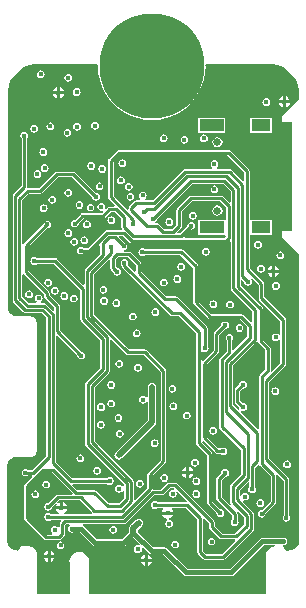
<source format=gbr>
%TF.GenerationSoftware,Altium Limited,Altium Designer,19.0.4 (130)*%
G04 Layer_Physical_Order=3*
G04 Layer_Color=16440176*
%FSLAX26Y26*%
%MOIN*%
%TF.FileFunction,Copper,L3,Inr,Signal*%
%TF.Part,Single*%
G01*
G75*
%TA.AperFunction,Conductor*%
%ADD22C,0.010000*%
%ADD23C,0.020000*%
%ADD24C,0.015000*%
%TA.AperFunction,ComponentPad*%
%ADD25C,0.350000*%
%ADD26C,0.035000*%
%ADD27R,0.063000X0.039400*%
%ADD28R,0.082700X0.039400*%
%TA.AperFunction,TestPad*%
%ADD29C,0.017716*%
%TA.AperFunction,ViaPad*%
%ADD30C,0.025591*%
G36*
X4090610Y2794171D02*
X4108812Y2786632D01*
X4125193Y2775687D01*
X4139124Y2761756D01*
X4150069Y2745375D01*
X4157608Y2727173D01*
X4161452Y2707851D01*
Y2683297D01*
X4161257Y2682323D01*
X4160874Y2681405D01*
X4160319Y2680581D01*
X4159966Y2680231D01*
X4102658Y2622923D01*
Y2605175D01*
X4134432D01*
X4136276Y2604412D01*
X4137686Y2603001D01*
X4138450Y2601157D01*
Y2244862D01*
X4137686Y2243019D01*
X4136276Y2241608D01*
X4134432Y2240845D01*
X4102658D01*
Y2222077D01*
X4136339Y2188396D01*
X4136339Y2188396D01*
X4139875Y2184860D01*
X4156441Y2168294D01*
X4159966Y2164769D01*
X4159976Y2164758D01*
X4160839Y2162193D01*
X4161452Y2160360D01*
Y1208781D01*
X4161452Y1208754D01*
X4161451Y1208701D01*
X4161381Y1205406D01*
X4159965Y1198998D01*
X4157328Y1192988D01*
X4153569Y1187607D01*
X4148835Y1183062D01*
X4143305Y1179526D01*
X4137192Y1177136D01*
X4132333Y1176270D01*
X4129099Y1176123D01*
X4127401Y1176049D01*
X4127393Y1176049D01*
X4127393Y1176049D01*
X4122422Y1176048D01*
X4116902D01*
X4113046Y1181048D01*
X4113049Y1181063D01*
X4112351Y1184575D01*
X4110362Y1187552D01*
X4108171Y1189015D01*
X4108901Y1193309D01*
X4109147Y1193919D01*
X4114017Y1194888D01*
X4118270Y1197730D01*
X4121112Y1201983D01*
X4122110Y1207000D01*
X4121112Y1212017D01*
X4118270Y1216270D01*
X4114017Y1219112D01*
X4109000Y1220110D01*
X4103983Y1219112D01*
X4103404Y1218725D01*
X4039000D01*
X4034513Y1217833D01*
X4030709Y1215291D01*
X3930143Y1114725D01*
X3788857D01*
X3720291Y1183291D01*
X3716487Y1185833D01*
X3712000Y1186725D01*
X3674857D01*
X3623274Y1238308D01*
Y1245087D01*
X3637093Y1258907D01*
X3640188Y1263537D01*
X3641274Y1269000D01*
X3640188Y1274463D01*
X3637093Y1279093D01*
X3632463Y1282188D01*
X3627000Y1283274D01*
X3621537Y1282188D01*
X3616907Y1279093D01*
X3598907Y1261093D01*
X3595812Y1256463D01*
X3594726Y1251000D01*
X3594726Y1250999D01*
Y1238308D01*
X3570143Y1213725D01*
X3486857D01*
X3443291Y1257291D01*
X3439487Y1259833D01*
X3440025Y1264824D01*
X3579000D01*
X3582512Y1265522D01*
X3585489Y1267511D01*
X3678801Y1360824D01*
X3705000D01*
X3708512Y1361522D01*
X3711489Y1363511D01*
X3731801Y1383824D01*
X3743432D01*
X3744459Y1382321D01*
X3741482Y1377815D01*
X3740000Y1378110D01*
X3734983Y1377112D01*
X3730730Y1374270D01*
X3727888Y1370017D01*
X3726890Y1365000D01*
X3727888Y1359983D01*
X3730730Y1355730D01*
X3734983Y1352888D01*
X3740000Y1351890D01*
X3745017Y1352888D01*
X3749270Y1355730D01*
X3752112Y1359983D01*
X3753110Y1365000D01*
X3752156Y1369795D01*
X3752368Y1370115D01*
X3756436Y1372587D01*
X3786846Y1342176D01*
X3784775Y1337176D01*
X3689341D01*
X3689278Y1337270D01*
X3685025Y1340112D01*
X3680008Y1341110D01*
X3674991Y1340112D01*
X3670738Y1337270D01*
X3667896Y1333017D01*
X3666898Y1328000D01*
X3667896Y1322983D01*
X3670738Y1318730D01*
X3674991Y1315888D01*
X3680008Y1314890D01*
X3685025Y1315888D01*
X3689278Y1318730D01*
X3689341Y1318824D01*
X3706731D01*
X3708013Y1316796D01*
X3708888Y1313824D01*
X3705236Y1308358D01*
X3704767Y1306000D01*
X3741233D01*
X3740764Y1308358D01*
X3737112Y1313824D01*
X3737987Y1316796D01*
X3739269Y1318824D01*
X3785199D01*
X3821824Y1282199D01*
Y1170000D01*
X3822522Y1166488D01*
X3824511Y1163511D01*
X3839511Y1148511D01*
X3842488Y1146522D01*
X3846000Y1145824D01*
X3908000D01*
X3911512Y1146522D01*
X3914489Y1148511D01*
X4008489Y1242511D01*
X4010478Y1245488D01*
X4011176Y1249000D01*
Y1299000D01*
X4010478Y1302512D01*
X4008489Y1305489D01*
X3974965Y1339013D01*
X3977453Y1343595D01*
X3981000Y1342890D01*
X3986017Y1343888D01*
X3990270Y1346730D01*
X3993112Y1350983D01*
X3994110Y1356000D01*
X3993112Y1361017D01*
X3990270Y1365270D01*
X3986017Y1368112D01*
X3981000Y1369110D01*
X3975983Y1368112D01*
X3971730Y1365270D01*
X3968888Y1361017D01*
X3968176Y1357440D01*
X3963176Y1357932D01*
Y1378199D01*
X3990693Y1405716D01*
X3995313Y1403803D01*
Y1389333D01*
X3995219Y1389270D01*
X3992377Y1385017D01*
X3991379Y1380000D01*
X3992377Y1374983D01*
X3995219Y1370730D01*
X3999472Y1367888D01*
X4004489Y1366890D01*
X4009506Y1367888D01*
X4013759Y1370730D01*
X4016601Y1374983D01*
X4017599Y1380000D01*
X4016601Y1385017D01*
X4013759Y1389270D01*
X4013665Y1389333D01*
Y1452688D01*
X4023265Y1462288D01*
X4026945Y1461728D01*
X4028929Y1460880D01*
X4030511Y1458511D01*
X4065824Y1423199D01*
Y1341801D01*
X4036111Y1312088D01*
X4036000Y1312110D01*
X4030983Y1311112D01*
X4026730Y1308270D01*
X4023888Y1304017D01*
X4022890Y1299000D01*
X4023888Y1293983D01*
X4026730Y1289730D01*
X4030983Y1286888D01*
X4036000Y1285890D01*
X4041017Y1286888D01*
X4045270Y1289730D01*
X4048112Y1293983D01*
X4049110Y1299000D01*
X4049088Y1299111D01*
X4081489Y1331511D01*
X4083478Y1334488D01*
X4084176Y1338000D01*
Y1427000D01*
X4083984Y1427968D01*
X4088592Y1430431D01*
X4109824Y1409199D01*
Y1294333D01*
X4109730Y1294270D01*
X4106888Y1290017D01*
X4105890Y1285000D01*
X4106888Y1279983D01*
X4109730Y1275730D01*
X4113983Y1272888D01*
X4119000Y1271890D01*
X4124017Y1272888D01*
X4128270Y1275730D01*
X4131112Y1279983D01*
X4132110Y1285000D01*
X4131112Y1290017D01*
X4128270Y1294270D01*
X4128176Y1294333D01*
Y1413000D01*
X4127478Y1416512D01*
X4125489Y1419489D01*
X4061176Y1483801D01*
Y1736334D01*
X4114489Y1789646D01*
X4116478Y1792623D01*
X4117176Y1796135D01*
Y1946000D01*
X4116478Y1949512D01*
X4114489Y1952489D01*
X4044176Y2022801D01*
Y2066000D01*
X4043478Y2069512D01*
X4041489Y2072489D01*
X3996176Y2117801D01*
Y2225148D01*
X3998372Y2229239D01*
X4001176Y2229239D01*
X4069372D01*
Y2276639D01*
X4001176D01*
X3998372Y2276639D01*
X3996176Y2280729D01*
Y2441000D01*
X3995478Y2444512D01*
X3993489Y2447489D01*
X3932489Y2508489D01*
X3929512Y2510478D01*
X3926000Y2511176D01*
X3560000D01*
X3556488Y2510478D01*
X3553511Y2508489D01*
X3527511Y2482489D01*
X3525522Y2479512D01*
X3524824Y2476000D01*
Y2353000D01*
X3525522Y2349488D01*
X3527511Y2346511D01*
X3547476Y2326547D01*
X3545562Y2321928D01*
X3528751D01*
X3525240Y2321229D01*
X3522263Y2319240D01*
X3518988Y2315965D01*
X3514405Y2318453D01*
X3515110Y2322000D01*
X3514112Y2327017D01*
X3511270Y2331270D01*
X3507017Y2334112D01*
X3502000Y2335110D01*
X3496983Y2334112D01*
X3492730Y2331270D01*
X3489888Y2327017D01*
X3488890Y2322000D01*
X3489888Y2316983D01*
X3492730Y2312730D01*
X3496983Y2309888D01*
X3502000Y2308890D01*
X3505547Y2309595D01*
X3508035Y2305012D01*
X3504199Y2301176D01*
X3467932D01*
X3467440Y2306176D01*
X3471017Y2306888D01*
X3475270Y2309730D01*
X3478112Y2313983D01*
X3479110Y2319000D01*
X3478112Y2324017D01*
X3475270Y2328270D01*
X3471017Y2331112D01*
X3466000Y2332110D01*
X3460983Y2331112D01*
X3456730Y2328270D01*
X3453888Y2324017D01*
X3452890Y2319000D01*
X3453888Y2313983D01*
X3456730Y2309730D01*
X3460983Y2306888D01*
X3464560Y2306176D01*
X3464068Y2301176D01*
X3439000D01*
X3435488Y2300478D01*
X3432511Y2298489D01*
X3413111Y2279088D01*
X3413000Y2279110D01*
X3407983Y2278112D01*
X3403730Y2275270D01*
X3400888Y2271017D01*
X3399890Y2266000D01*
X3400888Y2260983D01*
X3403730Y2256730D01*
X3407983Y2253888D01*
X3413000Y2252890D01*
X3418017Y2253888D01*
X3422270Y2256730D01*
X3425112Y2260983D01*
X3426110Y2266000D01*
X3426088Y2266111D01*
X3442801Y2282824D01*
X3508000D01*
X3511512Y2283522D01*
X3514489Y2285511D01*
X3532552Y2303575D01*
X3548448D01*
X3568824Y2283199D01*
Y2255000D01*
X3569522Y2251488D01*
X3571067Y2249176D01*
X3569685Y2244176D01*
X3519787D01*
X3516275Y2243478D01*
X3513298Y2241489D01*
X3456637Y2184827D01*
X3443566D01*
X3443270Y2185270D01*
X3439017Y2188112D01*
X3434000Y2189110D01*
X3428983Y2188112D01*
X3424730Y2185270D01*
X3421888Y2181017D01*
X3420890Y2176000D01*
X3421888Y2170983D01*
X3424730Y2166730D01*
X3428983Y2163888D01*
X3434000Y2162890D01*
X3439017Y2163888D01*
X3442888Y2166474D01*
X3460438D01*
X3463949Y2167173D01*
X3466926Y2169162D01*
X3492204Y2194440D01*
X3496824Y2192527D01*
Y2163801D01*
X3448511Y2115489D01*
X3446522Y2112512D01*
X3445824Y2109000D01*
Y2063686D01*
X3441204Y2061773D01*
X3355489Y2147489D01*
X3352512Y2149478D01*
X3349000Y2150176D01*
X3287333D01*
X3287270Y2150270D01*
X3283017Y2153112D01*
X3278000Y2154110D01*
X3272983Y2153112D01*
X3268730Y2150270D01*
X3265888Y2146017D01*
X3264890Y2141000D01*
X3265888Y2135983D01*
X3268730Y2131730D01*
X3272983Y2128888D01*
X3278000Y2127890D01*
X3283017Y2128888D01*
X3287270Y2131730D01*
X3287333Y2131824D01*
X3345199D01*
X3431824Y2045199D01*
Y1947402D01*
X3432522Y1943891D01*
X3434511Y1940914D01*
X3496824Y1878601D01*
Y1785100D01*
X3449511Y1737787D01*
X3447522Y1734811D01*
X3446824Y1731299D01*
Y1530414D01*
X3447522Y1526903D01*
X3449511Y1523926D01*
X3576824Y1396613D01*
Y1390671D01*
X3576006Y1390099D01*
X3569270Y1391270D01*
X3565017Y1394112D01*
X3560000Y1395110D01*
X3554983Y1394112D01*
X3550730Y1391270D01*
X3547888Y1387017D01*
X3546890Y1382000D01*
X3547888Y1376983D01*
X3550730Y1372730D01*
X3554983Y1369888D01*
X3560000Y1368890D01*
X3565017Y1369888D01*
X3569270Y1372730D01*
X3576006Y1373901D01*
X3576824Y1373329D01*
Y1350014D01*
X3559986Y1333176D01*
X3526694D01*
X3485382Y1374489D01*
X3482405Y1376478D01*
X3478893Y1377176D01*
X3421801D01*
X3404773Y1394204D01*
X3406686Y1398824D01*
X3520667D01*
X3520730Y1398730D01*
X3524983Y1395888D01*
X3530000Y1394890D01*
X3535017Y1395888D01*
X3539270Y1398730D01*
X3542112Y1402983D01*
X3543110Y1408000D01*
X3542112Y1413017D01*
X3539270Y1417270D01*
X3535017Y1420112D01*
X3530000Y1421110D01*
X3524983Y1420112D01*
X3520730Y1417270D01*
X3520667Y1417176D01*
X3403801D01*
X3349176Y1471801D01*
Y1892314D01*
X3353796Y1894227D01*
X3421912Y1826111D01*
X3421890Y1826000D01*
X3422888Y1820983D01*
X3425730Y1816730D01*
X3429983Y1813888D01*
X3435000Y1812890D01*
X3440017Y1813888D01*
X3444270Y1816730D01*
X3447112Y1820983D01*
X3448110Y1826000D01*
X3447112Y1831017D01*
X3444270Y1835270D01*
X3440017Y1838112D01*
X3435000Y1839110D01*
X3434889Y1839088D01*
X3363176Y1910801D01*
Y1991000D01*
X3362478Y1994512D01*
X3360489Y1997489D01*
X3329176Y2028801D01*
Y2033000D01*
X3328478Y2036512D01*
X3326489Y2039489D01*
X3258676Y2107301D01*
Y2186699D01*
X3321889Y2249912D01*
X3322000Y2249890D01*
X3327017Y2250888D01*
X3331270Y2253730D01*
X3334112Y2257983D01*
X3335110Y2263000D01*
X3334112Y2268017D01*
X3331270Y2272270D01*
X3327017Y2275112D01*
X3322000Y2276110D01*
X3316983Y2275112D01*
X3312730Y2272270D01*
X3309888Y2268017D01*
X3308890Y2263000D01*
X3308912Y2262889D01*
X3243176Y2197153D01*
X3242469Y2197186D01*
X3238176Y2198752D01*
Y2344199D01*
X3259801Y2365824D01*
X3298000D01*
X3301512Y2366522D01*
X3304489Y2368511D01*
X3356801Y2420824D01*
X3405302D01*
X3470912Y2355213D01*
X3470890Y2355102D01*
X3471888Y2350085D01*
X3474730Y2345832D01*
X3478983Y2342990D01*
X3484000Y2341992D01*
X3489017Y2342990D01*
X3493270Y2345832D01*
X3496112Y2350085D01*
X3497110Y2355102D01*
X3496112Y2360119D01*
X3493270Y2364373D01*
X3489017Y2367215D01*
X3484000Y2368213D01*
X3483889Y2368191D01*
X3415591Y2436489D01*
X3412614Y2438478D01*
X3409102Y2439176D01*
X3353000D01*
X3349488Y2438478D01*
X3346511Y2436489D01*
X3294199Y2384176D01*
X3258713D01*
X3255145Y2386397D01*
X3254176Y2388912D01*
Y2549667D01*
X3254270Y2549730D01*
X3257112Y2553983D01*
X3258110Y2559000D01*
X3257112Y2564017D01*
X3254270Y2568270D01*
X3250017Y2571112D01*
X3245000Y2572110D01*
X3239983Y2571112D01*
X3235730Y2568270D01*
X3232888Y2564017D01*
X3231890Y2559000D01*
X3232888Y2553983D01*
X3235730Y2549730D01*
X3235824Y2549667D01*
Y2390801D01*
X3208511Y2363489D01*
X3206522Y2360512D01*
X3205824Y2357000D01*
Y2011787D01*
X3206522Y2008275D01*
X3208511Y2005298D01*
X3242298Y1971511D01*
X3245275Y1969522D01*
X3248787Y1968824D01*
X3301400D01*
X3316824Y1953400D01*
Y1490801D01*
X3271199Y1445176D01*
X3258333D01*
X3258270Y1445270D01*
X3254017Y1448112D01*
X3249000Y1449110D01*
X3243983Y1448112D01*
X3239730Y1445270D01*
X3236888Y1441017D01*
X3235890Y1436000D01*
X3236888Y1430983D01*
X3239730Y1426730D01*
X3243983Y1423888D01*
X3249000Y1422890D01*
X3254017Y1423888D01*
X3258270Y1426730D01*
X3258333Y1426824D01*
X3269775D01*
X3271846Y1421824D01*
X3246511Y1396489D01*
X3244522Y1393512D01*
X3243824Y1390000D01*
Y1284000D01*
X3244522Y1280488D01*
X3246511Y1277511D01*
X3310511Y1213511D01*
X3313488Y1211522D01*
X3317000Y1210824D01*
X3362000D01*
X3365512Y1211522D01*
X3368489Y1213511D01*
X3378489Y1223511D01*
X3380478Y1226488D01*
X3381176Y1230000D01*
Y1261199D01*
X3384801Y1264824D01*
X3394538D01*
X3396055Y1259824D01*
X3393730Y1258270D01*
X3390888Y1254017D01*
X3389890Y1249000D01*
X3390888Y1243983D01*
X3393730Y1239730D01*
X3397983Y1236888D01*
X3403000Y1235890D01*
X3408017Y1236888D01*
X3408596Y1237275D01*
X3430143D01*
X3473709Y1193709D01*
X3477513Y1191167D01*
X3482000Y1190275D01*
X3575000D01*
X3579487Y1191167D01*
X3583291Y1193709D01*
X3609000Y1219418D01*
X3630909Y1197509D01*
X3630614Y1196833D01*
X3627962Y1193385D01*
X3624000Y1194173D01*
X3618983Y1193175D01*
X3614730Y1190333D01*
X3611888Y1186080D01*
X3610890Y1181063D01*
X3611888Y1176046D01*
X3614730Y1171793D01*
X3618983Y1168951D01*
X3624000Y1167953D01*
X3629017Y1168951D01*
X3633270Y1171793D01*
X3636112Y1176046D01*
X3637110Y1181063D01*
X3636322Y1185025D01*
X3639770Y1187677D01*
X3640446Y1187972D01*
X3661709Y1166709D01*
X3665513Y1164167D01*
X3670000Y1163275D01*
X3707143D01*
X3775709Y1094709D01*
X3779513Y1092167D01*
X3784000Y1091275D01*
X3935000D01*
X3939487Y1092167D01*
X3943291Y1094709D01*
X4043857Y1195275D01*
X4080189D01*
X4080274Y1190310D01*
X4072787Y1189325D01*
X4065809Y1186434D01*
X4059817Y1181836D01*
X4055219Y1175844D01*
X4052328Y1168866D01*
X4051343Y1161378D01*
X4051414D01*
Y1032741D01*
X3461496D01*
Y1137756D01*
X3461602D01*
X3460480Y1146272D01*
X3457193Y1154208D01*
X3451964Y1161022D01*
X3445150Y1166251D01*
X3437214Y1169538D01*
X3428698Y1170659D01*
X3420182Y1169538D01*
X3412246Y1166251D01*
X3405432Y1161022D01*
X3400203Y1154208D01*
X3396916Y1146272D01*
X3395794Y1137756D01*
X3395900D01*
Y1032741D01*
X3288269D01*
Y1161373D01*
X3288270Y1161378D01*
X3288341D01*
X3287356Y1168866D01*
X3284465Y1175844D01*
X3279867Y1181836D01*
X3273875Y1186434D01*
X3266897Y1189325D01*
X3259409Y1190311D01*
Y1190239D01*
X3237731D01*
X3234219Y1189541D01*
X3231242Y1187552D01*
X3229253Y1184575D01*
X3228555Y1181063D01*
X3228558Y1181048D01*
X3224702Y1176048D01*
X3221650D01*
X3221079Y1176113D01*
X3220520Y1176244D01*
X3219980Y1176437D01*
X3219722Y1176563D01*
Y1176564D01*
X3216554Y1176790D01*
X3210418Y1178431D01*
X3204701Y1181201D01*
X3199610Y1185000D01*
X3195327Y1189691D01*
X3192007Y1195107D01*
X3189768Y1201051D01*
X3188985Y1205608D01*
X3188837Y1208737D01*
X3188755Y1210536D01*
X3188755Y1210544D01*
X3188755D01*
X3188754Y1215515D01*
Y1456731D01*
X3188687Y1456926D01*
X3188586Y1457327D01*
X3188519Y1457734D01*
X3188485Y1458145D01*
Y1461307D01*
X3189638Y1467106D01*
X3191901Y1472569D01*
X3195186Y1477485D01*
X3199367Y1481666D01*
X3204283Y1484950D01*
X3209745Y1487213D01*
X3215544Y1488366D01*
X3264486D01*
X3264712Y1488465D01*
X3265181Y1488618D01*
X3265663Y1488724D01*
X3266152Y1488783D01*
X3266399Y1488787D01*
X3270240Y1489239D01*
X3277308Y1492293D01*
X3282697Y1497791D01*
X3285607Y1504919D01*
X3285982Y1508768D01*
Y1936832D01*
X3286033Y1937337D01*
X3286135Y1937835D01*
X3286287Y1938320D01*
X3286387Y1938553D01*
X3285721Y1942049D01*
X3282602Y1948415D01*
X3277457Y1953291D01*
X3270933Y1956065D01*
X3267407Y1956542D01*
X3267407Y1956542D01*
X3267262Y1956507D01*
X3266970Y1956455D01*
X3266675Y1956420D01*
X3266379Y1956402D01*
X3220653D01*
X3220635Y1956403D01*
X3220579Y1956398D01*
X3220466Y1956390D01*
X3220354Y1956385D01*
X3220241Y1956382D01*
X3217259D01*
X3211521Y1957524D01*
X3206116Y1959763D01*
X3201252Y1963013D01*
X3197115Y1967150D01*
X3193865Y1972014D01*
X3191626Y1977419D01*
X3190485Y1983157D01*
Y1986082D01*
Y2698493D01*
X3190573Y2699309D01*
X3190573D01*
X3190572Y2699309D01*
X3190712Y2709080D01*
X3194765Y2728200D01*
X3202438Y2746176D01*
X3213441Y2762329D01*
X3227360Y2776050D01*
X3243669Y2786821D01*
X3261753Y2794236D01*
X3280929Y2798015D01*
X3290701D01*
X3487484Y2798015D01*
X3490902Y2794366D01*
X3490616Y2790000D01*
X3492151Y2766586D01*
X3496728Y2743572D01*
X3504271Y2721353D01*
X3514649Y2700308D01*
X3527685Y2680798D01*
X3543156Y2663156D01*
X3560798Y2647685D01*
X3580308Y2634649D01*
X3601353Y2624271D01*
X3623572Y2616728D01*
X3646586Y2612151D01*
X3670000Y2610616D01*
X3693414Y2612151D01*
X3716428Y2616728D01*
X3738647Y2624271D01*
X3759692Y2634649D01*
X3779202Y2647685D01*
X3796844Y2663156D01*
X3812315Y2680798D01*
X3825351Y2700308D01*
X3835729Y2721353D01*
X3843272Y2743572D01*
X3847849Y2766586D01*
X3849384Y2790000D01*
X3849098Y2794366D01*
X3852516Y2798015D01*
X4061437Y2798015D01*
X4071287D01*
X4090610Y2794171D01*
D02*
G37*
G36*
X3977824Y2437199D02*
Y2409686D01*
X3973204Y2407773D01*
X3936489Y2444489D01*
X3933512Y2446478D01*
X3930000Y2447176D01*
X3887671D01*
X3887099Y2447994D01*
X3888270Y2454730D01*
X3891112Y2458983D01*
X3892110Y2464000D01*
X3891112Y2469017D01*
X3888270Y2473270D01*
X3884017Y2476112D01*
X3879000Y2477110D01*
X3873983Y2476112D01*
X3869730Y2473270D01*
X3866888Y2469017D01*
X3865890Y2464000D01*
X3866888Y2458983D01*
X3869730Y2454730D01*
X3870901Y2447994D01*
X3870329Y2447176D01*
X3781787D01*
X3778275Y2446478D01*
X3775298Y2444489D01*
X3673986Y2343176D01*
X3648671D01*
X3648099Y2343994D01*
X3649270Y2350730D01*
X3652112Y2354983D01*
X3653110Y2360000D01*
X3652112Y2365017D01*
X3649270Y2369270D01*
X3645017Y2372112D01*
X3640000Y2373110D01*
X3634983Y2372112D01*
X3630730Y2369270D01*
X3627888Y2365017D01*
X3626890Y2360000D01*
X3627888Y2354983D01*
X3630730Y2350730D01*
X3631901Y2343994D01*
X3631329Y2343176D01*
X3618000D01*
X3614488Y2342478D01*
X3611511Y2340489D01*
X3595653Y2324631D01*
X3593664Y2321654D01*
X3592966Y2318142D01*
Y2314082D01*
X3587966Y2312011D01*
X3543176Y2356801D01*
Y2472199D01*
X3563801Y2492824D01*
X3922199D01*
X3977824Y2437199D01*
D02*
G37*
G36*
X3932824Y2372986D02*
Y2336686D01*
X3928204Y2334773D01*
X3906511Y2356466D01*
X3903534Y2358456D01*
X3900022Y2359154D01*
X3800978D01*
X3797466Y2358456D01*
X3794489Y2356466D01*
X3754511Y2316489D01*
X3752522Y2313512D01*
X3751824Y2310000D01*
Y2261801D01*
X3738199Y2248176D01*
X3709801D01*
X3693489Y2264489D01*
X3690512Y2266478D01*
X3687000Y2267176D01*
X3683959D01*
X3682442Y2272176D01*
X3683270Y2272730D01*
X3686112Y2276983D01*
X3687110Y2282000D01*
X3687088Y2282111D01*
X3803801Y2398824D01*
X3906986D01*
X3932824Y2372986D01*
D02*
G37*
G36*
X3917824Y2319199D02*
Y2280324D01*
X3914635Y2276644D01*
X3912824Y2276644D01*
X3823935D01*
Y2229244D01*
X3912824D01*
X3914635Y2229244D01*
X3917824Y2225565D01*
Y2222801D01*
X3913199Y2218176D01*
X3780686D01*
X3778773Y2222796D01*
X3801889Y2245912D01*
X3802000Y2245890D01*
X3807017Y2246888D01*
X3811270Y2249730D01*
X3814112Y2253983D01*
X3815110Y2259000D01*
X3814112Y2264017D01*
X3811270Y2268270D01*
X3807017Y2271112D01*
X3802000Y2272110D01*
X3796983Y2271112D01*
X3792730Y2268270D01*
X3789888Y2264017D01*
X3788890Y2259000D01*
X3788912Y2258889D01*
X3763199Y2233176D01*
X3755686D01*
X3753773Y2237796D01*
X3767489Y2251511D01*
X3769478Y2254488D01*
X3770176Y2258000D01*
Y2306199D01*
X3804779Y2340802D01*
X3896221D01*
X3917824Y2319199D01*
D02*
G37*
G36*
X4025824Y2062199D02*
Y2019000D01*
X4026522Y2015488D01*
X4028511Y2012511D01*
X4098824Y1942199D01*
Y1896959D01*
X4093824Y1895442D01*
X4093270Y1896270D01*
X4089017Y1899112D01*
X4084000Y1900110D01*
X4078983Y1899112D01*
X4074730Y1896270D01*
X4071888Y1892017D01*
X4070890Y1887000D01*
X4071888Y1881983D01*
X4074730Y1877730D01*
X4078983Y1874888D01*
X4084000Y1873890D01*
X4089017Y1874888D01*
X4093270Y1877730D01*
X4093824Y1878558D01*
X4098824Y1877041D01*
Y1799936D01*
X4071592Y1772704D01*
X4066984Y1775167D01*
X4067176Y1776135D01*
Y1849000D01*
X4066478Y1852512D01*
X4064489Y1855489D01*
X4042176Y1877801D01*
Y1980000D01*
X4041478Y1983512D01*
X4039489Y1986489D01*
X3966176Y2059801D01*
Y2077314D01*
X3970796Y2079227D01*
X3977912Y2072111D01*
X3977890Y2072000D01*
X3978888Y2066983D01*
X3981730Y2062730D01*
X3985983Y2059888D01*
X3991000Y2058890D01*
X3996017Y2059888D01*
X4000270Y2062730D01*
X4003112Y2066983D01*
X4004110Y2072000D01*
X4003112Y2077017D01*
X4001456Y2079496D01*
X4005340Y2082683D01*
X4025824Y2062199D01*
D02*
G37*
G36*
X3310824Y2029199D02*
Y2025000D01*
X3311522Y2021488D01*
X3313511Y2018511D01*
X3344824Y1987199D01*
Y1977686D01*
X3340204Y1975773D01*
X3317489Y1998489D01*
X3314512Y2000478D01*
X3311000Y2001176D01*
X3301462D01*
X3299945Y2006176D01*
X3302270Y2007730D01*
X3305112Y2011983D01*
X3306110Y2017000D01*
X3305112Y2022017D01*
X3302270Y2026270D01*
X3298017Y2029112D01*
X3293000Y2030110D01*
X3287983Y2029112D01*
X3283730Y2026270D01*
X3280888Y2022017D01*
X3279890Y2017000D01*
X3280888Y2011983D01*
X3283730Y2007730D01*
X3286055Y2006176D01*
X3284538Y2001176D01*
X3259801D01*
X3238176Y2022801D01*
Y2095248D01*
X3242469Y2096814D01*
X3243176Y2096847D01*
X3310824Y2029199D01*
D02*
G37*
G36*
X3596298Y2202511D02*
X3599275Y2200522D01*
X3602787Y2199824D01*
X3917000D01*
X3920512Y2200522D01*
X3923489Y2202511D01*
X3928204Y2207227D01*
X3932824Y2205314D01*
Y2049787D01*
X3933522Y2046275D01*
X3935511Y2043298D01*
X4004824Y1973986D01*
Y1939225D01*
X3999824Y1937153D01*
X3974489Y1962489D01*
X3971512Y1964478D01*
X3968000Y1965176D01*
X3868801D01*
X3825176Y2008801D01*
Y2123000D01*
X3824478Y2126512D01*
X3822489Y2129489D01*
X3774489Y2177489D01*
X3771512Y2179478D01*
X3768000Y2180176D01*
X3648017D01*
X3647955Y2180270D01*
X3643701Y2183112D01*
X3638684Y2184110D01*
X3633667Y2183112D01*
X3629414Y2180270D01*
X3626572Y2176017D01*
X3625574Y2171000D01*
X3626572Y2165983D01*
X3629414Y2161730D01*
X3633667Y2158888D01*
X3638684Y2157890D01*
X3643701Y2158888D01*
X3647955Y2161730D01*
X3648017Y2161824D01*
X3764199D01*
X3806824Y2119199D01*
Y2005000D01*
X3807522Y2001488D01*
X3809511Y1998511D01*
X3858511Y1949511D01*
X3861488Y1947522D01*
X3865000Y1946824D01*
X3964199D01*
X3989110Y1921912D01*
Y1889511D01*
X3942796Y1843196D01*
X3938176Y1845110D01*
Y1876667D01*
X3938270Y1876730D01*
X3941112Y1880983D01*
X3942110Y1886000D01*
X3941112Y1891017D01*
X3938270Y1895270D01*
X3934017Y1898112D01*
X3929000Y1899110D01*
X3923983Y1898112D01*
X3919730Y1895270D01*
X3916888Y1891017D01*
X3915890Y1886000D01*
X3916888Y1880983D01*
X3919730Y1876730D01*
X3919824Y1876667D01*
Y1840023D01*
X3897511Y1817711D01*
X3895522Y1814734D01*
X3894824Y1811222D01*
Y1589000D01*
X3895522Y1585488D01*
X3897511Y1582511D01*
X3967313Y1512710D01*
Y1430290D01*
X3933511Y1396489D01*
X3931522Y1393512D01*
X3930824Y1390000D01*
Y1339000D01*
X3931522Y1335488D01*
X3933511Y1332512D01*
X3929958Y1329019D01*
X3903176Y1355801D01*
Y1410199D01*
X3913889Y1420912D01*
X3914000Y1420890D01*
X3919017Y1421888D01*
X3923270Y1424730D01*
X3926112Y1428983D01*
X3927110Y1434000D01*
X3926112Y1439017D01*
X3923270Y1443270D01*
X3919017Y1446112D01*
X3914000Y1447110D01*
X3908983Y1446112D01*
X3904730Y1443270D01*
X3901888Y1439017D01*
X3900890Y1434000D01*
X3900912Y1433889D01*
X3887511Y1420489D01*
X3885522Y1417512D01*
X3884824Y1414000D01*
Y1352000D01*
X3885522Y1348488D01*
X3887511Y1345511D01*
X3937824Y1295199D01*
Y1280333D01*
X3937730Y1280270D01*
X3934888Y1276017D01*
X3933890Y1271000D01*
X3934888Y1265983D01*
X3937730Y1261730D01*
X3941983Y1258888D01*
X3947000Y1257890D01*
X3952017Y1258888D01*
X3956270Y1261730D01*
X3959112Y1265983D01*
X3960110Y1271000D01*
X3959112Y1276017D01*
X3956270Y1280270D01*
X3956176Y1280333D01*
Y1299000D01*
X3955478Y1302512D01*
X3953489Y1305488D01*
X3957042Y1308980D01*
X3977824Y1288199D01*
Y1262801D01*
X3947199Y1232176D01*
X3905801D01*
X3879176Y1258801D01*
Y1272000D01*
X3878478Y1275512D01*
X3876489Y1278489D01*
X3755489Y1399489D01*
X3752512Y1401478D01*
X3749000Y1402176D01*
X3728000D01*
X3724488Y1401478D01*
X3721511Y1399489D01*
X3701199Y1379176D01*
X3676954D01*
X3674481Y1380010D01*
X3672176Y1383713D01*
Y1424199D01*
X3715489Y1467511D01*
X3717478Y1470488D01*
X3718176Y1474000D01*
Y1776000D01*
X3717478Y1779512D01*
X3715489Y1782489D01*
X3654489Y1843489D01*
X3651512Y1845478D01*
X3648000Y1846176D01*
X3594801D01*
X3478176Y1962801D01*
Y2097199D01*
X3526824Y2145847D01*
X3531824Y2143775D01*
Y2118950D01*
X3532522Y2115438D01*
X3534511Y2112461D01*
X3541861Y2105111D01*
X3541839Y2105000D01*
X3542837Y2099983D01*
X3545679Y2095730D01*
X3549932Y2092888D01*
X3554950Y2091890D01*
X3559966Y2092888D01*
X3564220Y2095730D01*
X3567062Y2099983D01*
X3568060Y2105000D01*
X3567062Y2110017D01*
X3564220Y2114270D01*
X3559966Y2117112D01*
X3554950Y2118110D01*
X3554839Y2118088D01*
X3550176Y2122750D01*
Y2146199D01*
X3557801Y2153824D01*
X3589199D01*
X3616824Y2126199D01*
Y2107725D01*
X3611824Y2105654D01*
X3590064Y2127414D01*
X3591112Y2128983D01*
X3592110Y2134000D01*
X3591112Y2139017D01*
X3588270Y2143270D01*
X3584017Y2146112D01*
X3579000Y2147110D01*
X3573983Y2146112D01*
X3569730Y2143270D01*
X3566888Y2139017D01*
X3565890Y2134000D01*
X3566888Y2128983D01*
X3569730Y2124730D01*
X3570015Y2124539D01*
X3570522Y2121988D01*
X3572511Y2119011D01*
X3731011Y1960511D01*
X3733988Y1958522D01*
X3737500Y1957824D01*
X3759199D01*
X3816824Y1900199D01*
Y1534000D01*
X3817522Y1530488D01*
X3819511Y1527511D01*
X3853824Y1493199D01*
Y1336000D01*
X3854522Y1332488D01*
X3856511Y1329511D01*
X3884912Y1301111D01*
X3884890Y1301000D01*
X3885888Y1295983D01*
X3888730Y1291730D01*
X3892983Y1288888D01*
X3898000Y1287890D01*
X3903017Y1288888D01*
X3907270Y1291730D01*
X3910112Y1295983D01*
X3911110Y1301000D01*
X3910112Y1306017D01*
X3907270Y1310270D01*
X3903017Y1313112D01*
X3898000Y1314110D01*
X3897889Y1314088D01*
X3872176Y1339801D01*
Y1497000D01*
X3871478Y1500512D01*
X3869489Y1503489D01*
X3836821Y1536156D01*
X3837191Y1538760D01*
X3842493Y1540530D01*
X3881412Y1501611D01*
X3884389Y1499622D01*
X3887900Y1498924D01*
X3897932D01*
X3898730Y1497730D01*
X3902983Y1494888D01*
X3908000Y1493890D01*
X3913017Y1494888D01*
X3917270Y1497730D01*
X3920112Y1501983D01*
X3921110Y1507000D01*
X3920112Y1512017D01*
X3917270Y1516270D01*
X3913017Y1519112D01*
X3908000Y1520110D01*
X3902983Y1519112D01*
X3900235Y1517276D01*
X3891701D01*
X3852176Y1556801D01*
Y1795199D01*
X3891489Y1834511D01*
X3893478Y1837488D01*
X3894176Y1841000D01*
Y1894199D01*
X3913889Y1913912D01*
X3914000Y1913890D01*
X3919017Y1914888D01*
X3923270Y1917730D01*
X3926112Y1921983D01*
X3927110Y1927000D01*
X3926112Y1932017D01*
X3923270Y1936270D01*
X3919017Y1939112D01*
X3914000Y1940110D01*
X3908983Y1939112D01*
X3904730Y1936270D01*
X3901888Y1932017D01*
X3900890Y1927000D01*
X3900912Y1926889D01*
X3878511Y1904489D01*
X3876522Y1901512D01*
X3875824Y1898000D01*
Y1844801D01*
X3840176Y1809153D01*
X3835176Y1811225D01*
Y1836422D01*
X3840176Y1839095D01*
X3841983Y1837888D01*
X3847000Y1836890D01*
X3852017Y1837888D01*
X3856270Y1840730D01*
X3859112Y1844983D01*
X3860110Y1850000D01*
X3859112Y1855017D01*
X3856270Y1859270D01*
X3856176Y1859333D01*
Y1917000D01*
X3855478Y1920512D01*
X3853489Y1923489D01*
X3756437Y2020540D01*
X3753460Y2022529D01*
X3749948Y2023228D01*
X3716749D01*
X3635176Y2104801D01*
Y2130000D01*
X3634478Y2133512D01*
X3632489Y2136489D01*
X3599489Y2169489D01*
X3596512Y2171478D01*
X3593000Y2172176D01*
X3577932D01*
X3577440Y2177176D01*
X3581017Y2177888D01*
X3585270Y2180730D01*
X3588112Y2184983D01*
X3589110Y2190000D01*
X3588112Y2195017D01*
X3585270Y2199270D01*
X3581017Y2202112D01*
X3576000Y2203110D01*
X3575889Y2203088D01*
X3557773Y2221204D01*
X3559686Y2225824D01*
X3572986D01*
X3596298Y2202511D01*
D02*
G37*
G36*
X4023834Y1870593D02*
X4024836Y1870018D01*
X4026511Y1867511D01*
X4048824Y1845199D01*
Y1779936D01*
X4030511Y1761624D01*
X4028522Y1758647D01*
X4027824Y1755135D01*
Y1582686D01*
X4023204Y1580773D01*
X3966153Y1637824D01*
X3969071Y1641888D01*
X3974088Y1640890D01*
X3979105Y1641888D01*
X3983358Y1644730D01*
X3986200Y1648983D01*
X3987198Y1654000D01*
X3986200Y1659017D01*
X3983358Y1663270D01*
X3979105Y1666112D01*
X3974088Y1667110D01*
X3973977Y1667088D01*
X3964676Y1676389D01*
Y1706111D01*
X3973977Y1715412D01*
X3974088Y1715390D01*
X3979105Y1716388D01*
X3983358Y1719230D01*
X3986200Y1723483D01*
X3987198Y1728500D01*
X3986200Y1733517D01*
X3983358Y1737770D01*
X3979105Y1740612D01*
X3974088Y1741610D01*
X3969071Y1740612D01*
X3964818Y1737770D01*
X3961976Y1733517D01*
X3960978Y1728500D01*
X3961000Y1728389D01*
X3949011Y1716400D01*
X3947022Y1713424D01*
X3946324Y1709912D01*
Y1672588D01*
X3947022Y1669076D01*
X3949011Y1666100D01*
X3961000Y1654111D01*
X3960978Y1654000D01*
X3961976Y1648983D01*
X3957912Y1646065D01*
X3941176Y1662801D01*
Y1793199D01*
X4019265Y1871288D01*
X4023834Y1870593D01*
D02*
G37*
G36*
X3584511Y1830511D02*
X3587488Y1828522D01*
X3591000Y1827824D01*
X3644199D01*
X3699824Y1772199D01*
Y1477801D01*
X3656511Y1434489D01*
X3654522Y1431512D01*
X3653824Y1428000D01*
Y1384588D01*
X3614796Y1345560D01*
X3610176Y1347473D01*
Y1405213D01*
X3609478Y1408725D01*
X3607489Y1411702D01*
X3479176Y1540014D01*
Y1721699D01*
X3526489Y1769011D01*
X3528478Y1771988D01*
X3529176Y1775500D01*
Y1879314D01*
X3533796Y1881227D01*
X3584511Y1830511D01*
D02*
G37*
G36*
X3406227Y1366796D02*
X3404314Y1362176D01*
X3356000D01*
X3352488Y1361478D01*
X3349511Y1359489D01*
X3325111Y1335088D01*
X3325000Y1335110D01*
X3319983Y1334112D01*
X3315730Y1331270D01*
X3312888Y1327017D01*
X3311890Y1322000D01*
X3312888Y1316983D01*
X3315730Y1312730D01*
X3319983Y1309888D01*
X3325000Y1308890D01*
X3330017Y1309888D01*
X3334270Y1312730D01*
X3337112Y1316983D01*
X3338110Y1322000D01*
X3338088Y1322111D01*
X3351036Y1335059D01*
X3354920Y1331872D01*
X3351236Y1326358D01*
X3350767Y1324000D01*
X3364000D01*
Y1337233D01*
X3361642Y1336764D01*
X3356128Y1333080D01*
X3352941Y1336964D01*
X3359801Y1343824D01*
X3430199D01*
X3471511Y1302511D01*
X3472013Y1302176D01*
X3470496Y1297176D01*
X3379282D01*
X3377765Y1302176D01*
X3382596Y1305404D01*
X3386764Y1311642D01*
X3387233Y1314000D01*
X3350767D01*
X3351236Y1311642D01*
X3355404Y1305404D01*
X3360235Y1302176D01*
X3358718Y1297176D01*
X3334333D01*
X3334270Y1297270D01*
X3330017Y1300112D01*
X3325000Y1301110D01*
X3319983Y1300112D01*
X3315730Y1297270D01*
X3312888Y1293017D01*
X3311890Y1288000D01*
X3312888Y1282983D01*
X3315730Y1278730D01*
X3319983Y1275888D01*
X3325000Y1274890D01*
X3330017Y1275888D01*
X3334270Y1278730D01*
X3334333Y1278824D01*
X3366314D01*
X3368227Y1274204D01*
X3365511Y1271489D01*
X3363522Y1268512D01*
X3362824Y1265000D01*
Y1253671D01*
X3362006Y1253099D01*
X3355270Y1254270D01*
X3351017Y1257112D01*
X3346000Y1258110D01*
X3340983Y1257112D01*
X3336730Y1254270D01*
X3333888Y1250017D01*
X3332890Y1245000D01*
X3333888Y1239983D01*
X3336730Y1235730D01*
X3339055Y1234176D01*
X3337538Y1229176D01*
X3320801D01*
X3262176Y1287801D01*
Y1386199D01*
X3312801Y1436824D01*
X3336199D01*
X3406227Y1366796D01*
D02*
G37*
G36*
X3860824Y1268199D02*
Y1255000D01*
X3861522Y1251488D01*
X3863511Y1248511D01*
X3895511Y1216511D01*
X3898488Y1214522D01*
X3902000Y1213824D01*
X3946775D01*
X3948847Y1208824D01*
X3904199Y1164176D01*
X3849801D01*
X3840176Y1173801D01*
Y1281775D01*
X3845176Y1283846D01*
X3860824Y1268199D01*
D02*
G37*
%LPC*%
G36*
X3300000Y2776110D02*
X3294983Y2775112D01*
X3290730Y2772270D01*
X3287888Y2768017D01*
X3286890Y2763000D01*
X3287888Y2757983D01*
X3290730Y2753730D01*
X3294983Y2750888D01*
X3300000Y2749890D01*
X3305017Y2750888D01*
X3309270Y2753730D01*
X3312112Y2757983D01*
X3313110Y2763000D01*
X3312112Y2768017D01*
X3309270Y2772270D01*
X3305017Y2775112D01*
X3300000Y2776110D01*
D02*
G37*
G36*
X3392000Y2765110D02*
X3386983Y2764112D01*
X3382730Y2761270D01*
X3379888Y2757017D01*
X3378890Y2752000D01*
X3379888Y2746983D01*
X3382730Y2742730D01*
X3386983Y2739888D01*
X3392000Y2738890D01*
X3397017Y2739888D01*
X3401270Y2742730D01*
X3404112Y2746983D01*
X3405110Y2752000D01*
X3404112Y2757017D01*
X3401270Y2761270D01*
X3397017Y2764112D01*
X3392000Y2765110D01*
D02*
G37*
G36*
X3364000Y2720233D02*
Y2707000D01*
X3377233D01*
X3376764Y2709358D01*
X3372596Y2715596D01*
X3366358Y2719764D01*
X3364000Y2720233D01*
D02*
G37*
G36*
X3354000D02*
X3351642Y2719764D01*
X3345404Y2715596D01*
X3341236Y2709358D01*
X3340767Y2707000D01*
X3354000D01*
Y2720233D01*
D02*
G37*
G36*
X3420000Y2717110D02*
X3414983Y2716112D01*
X3410730Y2713270D01*
X3407888Y2709017D01*
X3406890Y2704000D01*
X3407888Y2698983D01*
X3410730Y2694730D01*
X3414983Y2691888D01*
X3420000Y2690890D01*
X3425017Y2691888D01*
X3429270Y2694730D01*
X3432112Y2698983D01*
X3433110Y2704000D01*
X3432112Y2709017D01*
X3429270Y2713270D01*
X3425017Y2716112D01*
X3420000Y2717110D01*
D02*
G37*
G36*
X3377233Y2697000D02*
X3364000D01*
Y2683767D01*
X3366358Y2684236D01*
X3372596Y2688404D01*
X3376764Y2694642D01*
X3377233Y2697000D01*
D02*
G37*
G36*
X3354000D02*
X3340767D01*
X3341236Y2694642D01*
X3345404Y2688404D01*
X3351642Y2684236D01*
X3354000Y2683767D01*
Y2697000D01*
D02*
G37*
G36*
X4117000Y2690233D02*
Y2677000D01*
X4130233D01*
X4129764Y2679358D01*
X4125596Y2685596D01*
X4119358Y2689764D01*
X4117000Y2690233D01*
D02*
G37*
G36*
X4107000D02*
X4104642Y2689764D01*
X4098404Y2685596D01*
X4094236Y2679358D01*
X4093767Y2677000D01*
X4107000D01*
Y2690233D01*
D02*
G37*
G36*
X4052000Y2684110D02*
X4046983Y2683112D01*
X4042730Y2680270D01*
X4039888Y2676017D01*
X4038890Y2671000D01*
X4039888Y2665983D01*
X4042730Y2661730D01*
X4046983Y2658888D01*
X4052000Y2657890D01*
X4057017Y2658888D01*
X4061270Y2661730D01*
X4064112Y2665983D01*
X4065110Y2671000D01*
X4064112Y2676017D01*
X4061270Y2680270D01*
X4057017Y2683112D01*
X4052000Y2684110D01*
D02*
G37*
G36*
X4130233Y2667000D02*
X4117000D01*
Y2653767D01*
X4119358Y2654236D01*
X4125596Y2658404D01*
X4129764Y2664642D01*
X4130233Y2667000D01*
D02*
G37*
G36*
X4107000D02*
X4093767D01*
X4094236Y2664642D01*
X4098404Y2658404D01*
X4104642Y2654236D01*
X4107000Y2653767D01*
Y2667000D01*
D02*
G37*
G36*
X3481000Y2605190D02*
X3475983Y2604192D01*
X3471730Y2601350D01*
X3468888Y2597097D01*
X3467890Y2592080D01*
X3468888Y2587063D01*
X3471730Y2582810D01*
X3475983Y2579968D01*
X3481000Y2578970D01*
X3486017Y2579968D01*
X3490270Y2582810D01*
X3493112Y2587063D01*
X3494110Y2592080D01*
X3493112Y2597097D01*
X3490270Y2601350D01*
X3486017Y2604192D01*
X3481000Y2605190D01*
D02*
G37*
G36*
X3332000Y2603110D02*
X3326983Y2602112D01*
X3322730Y2599270D01*
X3319888Y2595017D01*
X3318890Y2590000D01*
X3319888Y2584983D01*
X3322730Y2580730D01*
X3326983Y2577888D01*
X3332000Y2576890D01*
X3337017Y2577888D01*
X3341270Y2580730D01*
X3344112Y2584983D01*
X3345110Y2590000D01*
X3344112Y2595017D01*
X3341270Y2599270D01*
X3337017Y2602112D01*
X3332000Y2603110D01*
D02*
G37*
G36*
X3421000Y2602110D02*
X3415983Y2601112D01*
X3411730Y2598270D01*
X3408888Y2594017D01*
X3407890Y2589000D01*
X3408888Y2583983D01*
X3411730Y2579730D01*
X3415983Y2576888D01*
X3421000Y2575890D01*
X3426017Y2576888D01*
X3430270Y2579730D01*
X3433112Y2583983D01*
X3434110Y2589000D01*
X3433112Y2594017D01*
X3430270Y2598270D01*
X3426017Y2601112D01*
X3421000Y2602110D01*
D02*
G37*
G36*
X4069372Y2616771D02*
X3998372D01*
Y2569371D01*
X4069372D01*
Y2616771D01*
D02*
G37*
G36*
X3914635Y2616768D02*
X3823935D01*
Y2569368D01*
X3914635D01*
Y2616768D01*
D02*
G37*
G36*
X3278000Y2595110D02*
X3272983Y2594112D01*
X3268730Y2591270D01*
X3265888Y2587017D01*
X3264890Y2582000D01*
X3265888Y2576983D01*
X3268730Y2572730D01*
X3272983Y2569888D01*
X3278000Y2568890D01*
X3283017Y2569888D01*
X3287270Y2572730D01*
X3290112Y2576983D01*
X3291110Y2582000D01*
X3290112Y2587017D01*
X3287270Y2591270D01*
X3283017Y2594112D01*
X3278000Y2595110D01*
D02*
G37*
G36*
X3389000Y2582110D02*
X3383983Y2581112D01*
X3379730Y2578270D01*
X3376888Y2574017D01*
X3375890Y2569000D01*
X3376888Y2563983D01*
X3379730Y2559730D01*
X3383983Y2556888D01*
X3389000Y2555890D01*
X3394017Y2556888D01*
X3398270Y2559730D01*
X3401112Y2563983D01*
X3402110Y2569000D01*
X3401112Y2574017D01*
X3398270Y2578270D01*
X3394017Y2581112D01*
X3389000Y2582110D01*
D02*
G37*
G36*
X3844000Y2563110D02*
X3838983Y2562112D01*
X3834730Y2559270D01*
X3831888Y2555017D01*
X3830890Y2550000D01*
X3831888Y2544983D01*
X3834730Y2540730D01*
X3838983Y2537888D01*
X3844000Y2536890D01*
X3849017Y2537888D01*
X3853270Y2540730D01*
X3856112Y2544983D01*
X3857110Y2550000D01*
X3856112Y2555017D01*
X3853270Y2559270D01*
X3849017Y2562112D01*
X3844000Y2563110D01*
D02*
G37*
G36*
X3710333D02*
X3705316Y2562112D01*
X3701063Y2559270D01*
X3698221Y2555017D01*
X3697223Y2550000D01*
X3698221Y2544983D01*
X3701063Y2540730D01*
X3705316Y2537888D01*
X3710333Y2536890D01*
X3715350Y2537888D01*
X3719604Y2540730D01*
X3722445Y2544983D01*
X3723443Y2550000D01*
X3722445Y2555017D01*
X3719604Y2559270D01*
X3715350Y2562112D01*
X3710333Y2563110D01*
D02*
G37*
G36*
X3779000Y2558110D02*
X3773983Y2557112D01*
X3769730Y2554270D01*
X3766888Y2550017D01*
X3765890Y2545000D01*
X3766888Y2539983D01*
X3769730Y2535730D01*
X3773983Y2532888D01*
X3779000Y2531890D01*
X3784017Y2532888D01*
X3788270Y2535730D01*
X3791112Y2539983D01*
X3792110Y2545000D01*
X3791112Y2550017D01*
X3788270Y2554270D01*
X3784017Y2557112D01*
X3779000Y2558110D01*
D02*
G37*
G36*
X3888985Y2553904D02*
X3882432Y2552601D01*
X3876876Y2548889D01*
X3873164Y2543333D01*
X3871861Y2536780D01*
X3873164Y2530227D01*
X3876876Y2524671D01*
X3882432Y2520959D01*
X3888985Y2519656D01*
X3895538Y2520959D01*
X3901094Y2524671D01*
X3904806Y2530227D01*
X3906109Y2536780D01*
X3904806Y2543333D01*
X3901094Y2548889D01*
X3895538Y2552601D01*
X3888985Y2553904D01*
D02*
G37*
G36*
X3308000Y2517110D02*
X3302983Y2516112D01*
X3298730Y2513270D01*
X3295888Y2509017D01*
X3294890Y2504000D01*
X3295888Y2498983D01*
X3298730Y2494730D01*
X3302983Y2491888D01*
X3308000Y2490890D01*
X3313017Y2491888D01*
X3317270Y2494730D01*
X3320112Y2498983D01*
X3321110Y2504000D01*
X3320112Y2509017D01*
X3317270Y2513270D01*
X3313017Y2516112D01*
X3308000Y2517110D01*
D02*
G37*
G36*
X3468000Y2471110D02*
X3462983Y2470112D01*
X3458730Y2467270D01*
X3455888Y2463017D01*
X3454890Y2458000D01*
X3455888Y2452983D01*
X3458730Y2448730D01*
X3462983Y2445888D01*
X3468000Y2444890D01*
X3473017Y2445888D01*
X3477270Y2448730D01*
X3480112Y2452983D01*
X3481110Y2458000D01*
X3480112Y2463017D01*
X3477270Y2467270D01*
X3473017Y2470112D01*
X3468000Y2471110D01*
D02*
G37*
G36*
X3313000Y2464110D02*
X3307983Y2463112D01*
X3303730Y2460270D01*
X3300888Y2456017D01*
X3299890Y2451000D01*
X3300888Y2445983D01*
X3303730Y2441730D01*
X3307983Y2438888D01*
X3313000Y2437890D01*
X3318017Y2438888D01*
X3322270Y2441730D01*
X3325112Y2445983D01*
X3326110Y2451000D01*
X3325112Y2456017D01*
X3322270Y2460270D01*
X3318017Y2463112D01*
X3313000Y2464110D01*
D02*
G37*
G36*
X3505000Y2461110D02*
X3499983Y2460112D01*
X3495730Y2457270D01*
X3492888Y2453017D01*
X3491890Y2448000D01*
X3492888Y2442983D01*
X3495730Y2438730D01*
X3499983Y2435888D01*
X3505000Y2434890D01*
X3510017Y2435888D01*
X3514270Y2438730D01*
X3517112Y2442983D01*
X3518110Y2448000D01*
X3517112Y2453017D01*
X3514270Y2457270D01*
X3510017Y2460112D01*
X3505000Y2461110D01*
D02*
G37*
G36*
X3289000Y2444110D02*
X3283983Y2443112D01*
X3279730Y2440270D01*
X3276888Y2436017D01*
X3275890Y2431000D01*
X3276888Y2425983D01*
X3279730Y2421730D01*
X3283983Y2418888D01*
X3289000Y2417890D01*
X3294017Y2418888D01*
X3298270Y2421730D01*
X3301112Y2425983D01*
X3302110Y2431000D01*
X3301112Y2436017D01*
X3298270Y2440270D01*
X3294017Y2443112D01*
X3289000Y2444110D01*
D02*
G37*
G36*
X3496000Y2403110D02*
X3490983Y2402112D01*
X3486730Y2399270D01*
X3483888Y2395017D01*
X3482890Y2390000D01*
X3483888Y2384983D01*
X3486730Y2380730D01*
X3490983Y2377888D01*
X3496000Y2376890D01*
X3501017Y2377888D01*
X3505270Y2380730D01*
X3508112Y2384983D01*
X3509110Y2390000D01*
X3508112Y2395017D01*
X3505270Y2399270D01*
X3501017Y2402112D01*
X3496000Y2403110D01*
D02*
G37*
G36*
X3391786Y2382110D02*
X3386769Y2381112D01*
X3382515Y2378270D01*
X3379673Y2374017D01*
X3378676Y2369000D01*
X3379673Y2363983D01*
X3382515Y2359730D01*
X3386769Y2356888D01*
X3391786Y2355890D01*
X3396803Y2356888D01*
X3401056Y2359730D01*
X3403898Y2363983D01*
X3404896Y2369000D01*
X3403898Y2374017D01*
X3401056Y2378270D01*
X3396803Y2381112D01*
X3391786Y2382110D01*
D02*
G37*
G36*
X3338841Y2358110D02*
X3333824Y2357112D01*
X3329571Y2354270D01*
X3326729Y2350017D01*
X3325731Y2345000D01*
X3326729Y2339983D01*
X3329571Y2335730D01*
X3333824Y2332888D01*
X3338841Y2331890D01*
X3343858Y2332888D01*
X3348111Y2335730D01*
X3350953Y2339983D01*
X3351951Y2345000D01*
X3350953Y2350017D01*
X3348111Y2354270D01*
X3343858Y2357112D01*
X3338841Y2358110D01*
D02*
G37*
G36*
X3429000Y2341110D02*
X3423983Y2340112D01*
X3419730Y2337270D01*
X3416888Y2333017D01*
X3415890Y2328000D01*
X3416888Y2322983D01*
X3419730Y2318730D01*
X3423983Y2315888D01*
X3429000Y2314890D01*
X3434017Y2315888D01*
X3438270Y2318730D01*
X3441112Y2322983D01*
X3442110Y2328000D01*
X3441112Y2333017D01*
X3438270Y2337270D01*
X3434017Y2340112D01*
X3429000Y2341110D01*
D02*
G37*
G36*
X3310000Y2330110D02*
X3304983Y2329112D01*
X3300730Y2326270D01*
X3297888Y2322017D01*
X3296890Y2317000D01*
X3297888Y2311983D01*
X3300730Y2307730D01*
X3304983Y2304888D01*
X3310000Y2303890D01*
X3315017Y2304888D01*
X3319270Y2307730D01*
X3322112Y2311983D01*
X3323110Y2317000D01*
X3322112Y2322017D01*
X3319270Y2326270D01*
X3315017Y2329112D01*
X3310000Y2330110D01*
D02*
G37*
G36*
X3535000Y2290405D02*
X3529983Y2289407D01*
X3525730Y2286565D01*
X3522888Y2282312D01*
X3521890Y2277295D01*
X3522888Y2272278D01*
X3525730Y2268025D01*
X3529983Y2265183D01*
X3535000Y2264185D01*
X3540017Y2265183D01*
X3544270Y2268025D01*
X3547112Y2272278D01*
X3548110Y2277295D01*
X3547112Y2282312D01*
X3544270Y2286565D01*
X3540017Y2289407D01*
X3535000Y2290405D01*
D02*
G37*
G36*
X3454000Y2276110D02*
X3448983Y2275112D01*
X3444730Y2272270D01*
X3441888Y2268017D01*
X3440890Y2263000D01*
X3441888Y2257983D01*
X3444730Y2253730D01*
X3448983Y2250888D01*
X3454000Y2249890D01*
X3459017Y2250888D01*
X3463270Y2253730D01*
X3466112Y2257983D01*
X3467110Y2263000D01*
X3466112Y2268017D01*
X3463270Y2272270D01*
X3459017Y2275112D01*
X3454000Y2276110D01*
D02*
G37*
G36*
X3391786Y2247110D02*
X3386769Y2246112D01*
X3382515Y2243270D01*
X3379673Y2239017D01*
X3378675Y2234000D01*
X3379673Y2228983D01*
X3382515Y2224730D01*
X3386769Y2221888D01*
X3391786Y2220890D01*
X3396803Y2221888D01*
X3401056Y2224730D01*
X3403898Y2228983D01*
X3404896Y2234000D01*
X3403898Y2239017D01*
X3401056Y2243270D01*
X3396803Y2246112D01*
X3391786Y2247110D01*
D02*
G37*
G36*
X3445000Y2223110D02*
X3439983Y2222112D01*
X3435730Y2219270D01*
X3432888Y2215017D01*
X3431890Y2210000D01*
X3432888Y2204983D01*
X3435730Y2200730D01*
X3439983Y2197888D01*
X3445000Y2196890D01*
X3450017Y2197888D01*
X3454270Y2200730D01*
X3457112Y2204983D01*
X3458110Y2210000D01*
X3457112Y2215017D01*
X3454270Y2219270D01*
X3450017Y2222112D01*
X3445000Y2223110D01*
D02*
G37*
G36*
X3412000Y2218110D02*
X3406983Y2217112D01*
X3402730Y2214270D01*
X3399888Y2210017D01*
X3398890Y2205000D01*
X3399888Y2199983D01*
X3402730Y2195730D01*
X3406983Y2192888D01*
X3412000Y2191890D01*
X3417017Y2192888D01*
X3421270Y2195730D01*
X3424112Y2199983D01*
X3425110Y2205000D01*
X3424112Y2210017D01*
X3421270Y2214270D01*
X3417017Y2217112D01*
X3412000Y2218110D01*
D02*
G37*
G36*
X4024000Y2208110D02*
X4018983Y2207112D01*
X4014730Y2204270D01*
X4011888Y2200017D01*
X4010890Y2195000D01*
X4011888Y2189983D01*
X4014730Y2185730D01*
X4018983Y2182888D01*
X4024000Y2181890D01*
X4029017Y2182888D01*
X4033270Y2185730D01*
X4036112Y2189983D01*
X4037110Y2195000D01*
X4036112Y2200017D01*
X4033270Y2204270D01*
X4029017Y2207112D01*
X4024000Y2208110D01*
D02*
G37*
G36*
X4098465Y2173110D02*
X4093448Y2172112D01*
X4089194Y2169270D01*
X4086352Y2165017D01*
X4085354Y2160000D01*
X4086352Y2154983D01*
X4089194Y2150730D01*
X4093448Y2147888D01*
X4098465Y2146890D01*
X4103482Y2147888D01*
X4107735Y2150730D01*
X4110577Y2154983D01*
X4111575Y2160000D01*
X4110577Y2165017D01*
X4107735Y2169270D01*
X4103482Y2172112D01*
X4098465Y2173110D01*
D02*
G37*
G36*
X4080346Y2125233D02*
Y2112000D01*
X4093579D01*
X4093110Y2114358D01*
X4088942Y2120596D01*
X4082704Y2124764D01*
X4080346Y2125233D01*
D02*
G37*
G36*
X4070346D02*
X4067988Y2124764D01*
X4061750Y2120596D01*
X4057582Y2114358D01*
X4057113Y2112000D01*
X4070346D01*
Y2125233D01*
D02*
G37*
G36*
X4034016Y2128110D02*
X4028999Y2127112D01*
X4024746Y2124270D01*
X4021904Y2120017D01*
X4020906Y2115000D01*
X4021904Y2109983D01*
X4024746Y2105730D01*
X4028999Y2102888D01*
X4034016Y2101890D01*
X4039033Y2102888D01*
X4043286Y2105730D01*
X4046128Y2109983D01*
X4047126Y2115000D01*
X4046128Y2120017D01*
X4043286Y2124270D01*
X4039033Y2127112D01*
X4034016Y2128110D01*
D02*
G37*
G36*
X4093579Y2102000D02*
X4080346D01*
Y2088767D01*
X4082704Y2089236D01*
X4088942Y2093404D01*
X4093110Y2099642D01*
X4093579Y2102000D01*
D02*
G37*
G36*
X4070346D02*
X4057113D01*
X4057582Y2099642D01*
X4061750Y2093404D01*
X4067988Y2089236D01*
X4070346Y2088767D01*
Y2102000D01*
D02*
G37*
G36*
X3325000Y2082110D02*
X3319983Y2081112D01*
X3315730Y2078270D01*
X3312888Y2074017D01*
X3311890Y2069000D01*
X3312888Y2063983D01*
X3315730Y2059730D01*
X3319983Y2056888D01*
X3325000Y2055890D01*
X3330017Y2056888D01*
X3334270Y2059730D01*
X3337112Y2063983D01*
X3338110Y2069000D01*
X3337112Y2074017D01*
X3334270Y2078270D01*
X3330017Y2081112D01*
X3325000Y2082110D01*
D02*
G37*
G36*
X4084000Y2071110D02*
X4078983Y2070112D01*
X4074730Y2067270D01*
X4071888Y2063017D01*
X4070890Y2058000D01*
X4071888Y2052983D01*
X4074730Y2048730D01*
X4078983Y2045888D01*
X4084000Y2044890D01*
X4089017Y2045888D01*
X4093270Y2048730D01*
X4096112Y2052983D01*
X4097110Y2058000D01*
X4096112Y2063017D01*
X4093270Y2067270D01*
X4089017Y2070112D01*
X4084000Y2071110D01*
D02*
G37*
G36*
X3347000Y2055110D02*
X3341983Y2054112D01*
X3337730Y2051270D01*
X3334888Y2047017D01*
X3333890Y2042000D01*
X3334888Y2036983D01*
X3337730Y2032730D01*
X3341983Y2029888D01*
X3347000Y2028890D01*
X3352017Y2029888D01*
X3356270Y2032730D01*
X3359112Y2036983D01*
X3360110Y2042000D01*
X3359112Y2047017D01*
X3356270Y2051270D01*
X3352017Y2054112D01*
X3347000Y2055110D01*
D02*
G37*
G36*
X3378000Y2037110D02*
X3372983Y2036112D01*
X3368730Y2033270D01*
X3365888Y2029017D01*
X3364890Y2024000D01*
X3365888Y2018983D01*
X3368730Y2014730D01*
X3372983Y2011888D01*
X3378000Y2010890D01*
X3383017Y2011888D01*
X3387270Y2014730D01*
X3390112Y2018983D01*
X3391110Y2024000D01*
X3390112Y2029017D01*
X3387270Y2033270D01*
X3383017Y2036112D01*
X3378000Y2037110D01*
D02*
G37*
G36*
X3410091Y2029110D02*
X3405074Y2028112D01*
X3400821Y2025270D01*
X3397979Y2021017D01*
X3396981Y2016000D01*
X3397979Y2010983D01*
X3400821Y2006730D01*
X3405074Y2003888D01*
X3410091Y2002890D01*
X3415108Y2003888D01*
X3419361Y2006730D01*
X3422203Y2010983D01*
X3423201Y2016000D01*
X3422203Y2021017D01*
X3419361Y2025270D01*
X3415108Y2028112D01*
X3410091Y2029110D01*
D02*
G37*
G36*
X4081629Y1720110D02*
X4076612Y1719112D01*
X4072359Y1716270D01*
X4069517Y1712017D01*
X4068519Y1707000D01*
X4069517Y1701983D01*
X4072359Y1697730D01*
X4076612Y1694888D01*
X4081629Y1693890D01*
X4086646Y1694888D01*
X4090899Y1697730D01*
X4093742Y1701983D01*
X4094739Y1707000D01*
X4093742Y1712017D01*
X4090899Y1716270D01*
X4086646Y1719112D01*
X4081629Y1720110D01*
D02*
G37*
G36*
X3432000Y1496110D02*
X3426983Y1495112D01*
X3422730Y1492270D01*
X3419888Y1488017D01*
X3418890Y1483000D01*
X3419888Y1477983D01*
X3422730Y1473730D01*
X3426983Y1470888D01*
X3432000Y1469890D01*
X3437017Y1470888D01*
X3441270Y1473730D01*
X3444112Y1477983D01*
X3445110Y1483000D01*
X3444112Y1488017D01*
X3441270Y1492270D01*
X3437017Y1495112D01*
X3432000Y1496110D01*
D02*
G37*
G36*
X4121053Y1476557D02*
X4116036Y1475560D01*
X4111782Y1472718D01*
X4108940Y1468464D01*
X4107943Y1463447D01*
X4108940Y1458430D01*
X4111782Y1454177D01*
X4116036Y1451335D01*
X4121053Y1450337D01*
X4126070Y1451335D01*
X4130323Y1454177D01*
X4133165Y1458430D01*
X4134163Y1463447D01*
X4133165Y1468464D01*
X4130323Y1472718D01*
X4126070Y1475560D01*
X4121053Y1476557D01*
D02*
G37*
G36*
X3488000Y1455110D02*
X3482983Y1454112D01*
X3478730Y1451270D01*
X3475888Y1447017D01*
X3474890Y1442000D01*
X3475888Y1436983D01*
X3478730Y1432730D01*
X3482983Y1429888D01*
X3488000Y1428890D01*
X3493017Y1429888D01*
X3497270Y1432730D01*
X3500112Y1436983D01*
X3501110Y1442000D01*
X3500112Y1447017D01*
X3497270Y1451270D01*
X3493017Y1454112D01*
X3488000Y1455110D01*
D02*
G37*
G36*
X4032000Y1347110D02*
X4026983Y1346112D01*
X4022730Y1343270D01*
X4019888Y1339017D01*
X4018890Y1334000D01*
X4019888Y1328983D01*
X4022730Y1324730D01*
X4026983Y1321888D01*
X4032000Y1320890D01*
X4037017Y1321888D01*
X4041270Y1324730D01*
X4044112Y1328983D01*
X4045110Y1334000D01*
X4044112Y1339017D01*
X4041270Y1343270D01*
X4037017Y1346112D01*
X4032000Y1347110D01*
D02*
G37*
G36*
X3741233Y1296000D02*
X3704767D01*
X3705236Y1293642D01*
X3709404Y1287404D01*
X3715642Y1283236D01*
X3721954Y1281980D01*
X3722869Y1277650D01*
X3722870Y1277036D01*
X3718730Y1274270D01*
X3715888Y1270017D01*
X3714890Y1265000D01*
X3715888Y1259983D01*
X3718730Y1255730D01*
X3722983Y1252888D01*
X3728000Y1251890D01*
X3733017Y1252888D01*
X3737270Y1255730D01*
X3740112Y1259983D01*
X3741110Y1265000D01*
X3740112Y1270017D01*
X3737270Y1274270D01*
X3733017Y1277112D01*
X3729109Y1277889D01*
Y1282987D01*
X3730358Y1283236D01*
X3736596Y1287404D01*
X3740764Y1293642D01*
X3741233Y1296000D01*
D02*
G37*
G36*
X3541890Y1258110D02*
X3536873Y1257112D01*
X3532620Y1254270D01*
X3529778Y1250017D01*
X3528780Y1245000D01*
X3529778Y1239983D01*
X3532620Y1235730D01*
X3536873Y1232888D01*
X3541890Y1231890D01*
X3546907Y1232888D01*
X3551160Y1235730D01*
X3554002Y1239983D01*
X3555000Y1245000D01*
X3554002Y1250017D01*
X3551160Y1254270D01*
X3546907Y1257112D01*
X3541890Y1258110D01*
D02*
G37*
G36*
X3748000Y1209110D02*
X3742983Y1208112D01*
X3738730Y1205270D01*
X3735888Y1201017D01*
X3734890Y1196000D01*
X3735888Y1190983D01*
X3738730Y1186730D01*
X3742983Y1183888D01*
X3748000Y1182890D01*
X3753017Y1183888D01*
X3757270Y1186730D01*
X3760112Y1190983D01*
X3761110Y1196000D01*
X3760112Y1201017D01*
X3757270Y1205270D01*
X3753017Y1208112D01*
X3748000Y1209110D01*
D02*
G37*
G36*
X3366000Y1206110D02*
X3360983Y1205112D01*
X3356730Y1202270D01*
X3353888Y1198017D01*
X3352890Y1193000D01*
X3353888Y1187983D01*
X3356730Y1183730D01*
X3360983Y1180888D01*
X3366000Y1179890D01*
X3371017Y1180888D01*
X3375270Y1183730D01*
X3378112Y1187983D01*
X3379110Y1193000D01*
X3378112Y1198017D01*
X3375270Y1202270D01*
X3371017Y1205112D01*
X3366000Y1206110D01*
D02*
G37*
G36*
X3333000Y1175233D02*
Y1162000D01*
X3346233D01*
X3345764Y1164358D01*
X3341596Y1170596D01*
X3335358Y1174764D01*
X3333000Y1175233D01*
D02*
G37*
G36*
X3323000D02*
X3320642Y1174764D01*
X3314404Y1170596D01*
X3310236Y1164358D01*
X3309767Y1162000D01*
X3323000D01*
Y1175233D01*
D02*
G37*
G36*
X3657000Y1162233D02*
Y1149000D01*
X3670233D01*
X3669764Y1151358D01*
X3665596Y1157596D01*
X3659358Y1161764D01*
X3657000Y1162233D01*
D02*
G37*
G36*
X3647000D02*
X3644642Y1161764D01*
X3638404Y1157596D01*
X3634236Y1151358D01*
X3633767Y1149000D01*
X3647000D01*
Y1162233D01*
D02*
G37*
G36*
X3346233Y1152000D02*
X3333000D01*
Y1138767D01*
X3335358Y1139236D01*
X3341596Y1143404D01*
X3345764Y1149642D01*
X3346233Y1152000D01*
D02*
G37*
G36*
X3323000D02*
X3309767D01*
X3310236Y1149642D01*
X3314404Y1143404D01*
X3320642Y1139236D01*
X3323000Y1138767D01*
Y1152000D01*
D02*
G37*
G36*
X3670233Y1139000D02*
X3657000D01*
Y1125767D01*
X3659358Y1126236D01*
X3665596Y1130404D01*
X3669764Y1136642D01*
X3670233Y1139000D01*
D02*
G37*
G36*
X3647000D02*
X3633767D01*
X3634236Y1136642D01*
X3638404Y1130404D01*
X3644642Y1126236D01*
X3647000Y1125767D01*
Y1139000D01*
D02*
G37*
G36*
X3572000Y2480110D02*
X3566983Y2479112D01*
X3562730Y2476270D01*
X3559888Y2472017D01*
X3558890Y2467000D01*
X3559888Y2461983D01*
X3562730Y2457730D01*
X3566983Y2454888D01*
X3572000Y2453890D01*
X3577017Y2454888D01*
X3581270Y2457730D01*
X3584112Y2461983D01*
X3585110Y2467000D01*
X3584112Y2472017D01*
X3581270Y2476270D01*
X3577017Y2479112D01*
X3572000Y2480110D01*
D02*
G37*
G36*
X3567441Y2423110D02*
X3562424Y2422112D01*
X3558171Y2419270D01*
X3555329Y2415017D01*
X3554331Y2410000D01*
X3555329Y2404983D01*
X3558171Y2400730D01*
X3562424Y2397888D01*
X3567441Y2396890D01*
X3572458Y2397888D01*
X3576711Y2400730D01*
X3579553Y2404983D01*
X3580551Y2410000D01*
X3579553Y2415017D01*
X3576711Y2419270D01*
X3572458Y2422112D01*
X3567441Y2423110D01*
D02*
G37*
G36*
X3592874Y2402110D02*
X3587857Y2401112D01*
X3583604Y2398270D01*
X3580762Y2394017D01*
X3579764Y2389000D01*
X3580762Y2383983D01*
X3583604Y2379730D01*
X3587857Y2376888D01*
X3592874Y2375890D01*
X3597891Y2376888D01*
X3602144Y2379730D01*
X3604986Y2383983D01*
X3605984Y2389000D01*
X3604986Y2394017D01*
X3602144Y2398270D01*
X3597891Y2401112D01*
X3592874Y2402110D01*
D02*
G37*
G36*
X3599000Y2368213D02*
X3593983Y2367215D01*
X3589730Y2364373D01*
X3586888Y2360119D01*
X3585890Y2355102D01*
X3586888Y2350085D01*
X3589730Y2345832D01*
X3593983Y2342990D01*
X3599000Y2341992D01*
X3604017Y2342990D01*
X3608270Y2345832D01*
X3611112Y2350085D01*
X3612110Y2355102D01*
X3611112Y2360119D01*
X3608270Y2364373D01*
X3604017Y2367215D01*
X3599000Y2368213D01*
D02*
G37*
G36*
X3879000Y2393110D02*
X3873983Y2392112D01*
X3869730Y2389270D01*
X3866888Y2385017D01*
X3865890Y2380000D01*
X3866888Y2374983D01*
X3869730Y2370730D01*
X3873983Y2367888D01*
X3879000Y2366890D01*
X3884017Y2367888D01*
X3888270Y2370730D01*
X3891112Y2374983D01*
X3892110Y2380000D01*
X3891112Y2385017D01*
X3888270Y2389270D01*
X3884017Y2392112D01*
X3879000Y2393110D01*
D02*
G37*
G36*
X3728000Y2284110D02*
X3722983Y2283112D01*
X3718730Y2280270D01*
X3715888Y2276017D01*
X3714890Y2271000D01*
X3715888Y2265983D01*
X3718730Y2261730D01*
X3722983Y2258888D01*
X3728000Y2257890D01*
X3733017Y2258888D01*
X3737270Y2261730D01*
X3740112Y2265983D01*
X3741110Y2271000D01*
X3740112Y2276017D01*
X3737270Y2280270D01*
X3733017Y2283112D01*
X3728000Y2284110D01*
D02*
G37*
G36*
X3888985Y2326344D02*
X3882432Y2325041D01*
X3876876Y2321329D01*
X3873164Y2315773D01*
X3871861Y2309220D01*
X3873164Y2302667D01*
X3876876Y2297111D01*
X3882432Y2293399D01*
X3888985Y2292096D01*
X3895538Y2293399D01*
X3901094Y2297111D01*
X3904806Y2302667D01*
X3906109Y2309220D01*
X3904806Y2315773D01*
X3901094Y2321329D01*
X3895538Y2325041D01*
X3888985Y2326344D01*
D02*
G37*
G36*
X3807000Y2305110D02*
X3801983Y2304112D01*
X3797730Y2301270D01*
X3794888Y2297017D01*
X3793890Y2292000D01*
X3794888Y2286983D01*
X3797730Y2282730D01*
X3801983Y2279888D01*
X3807000Y2278890D01*
X3812017Y2279888D01*
X3816270Y2282730D01*
X3819112Y2286983D01*
X3820110Y2292000D01*
X3819112Y2297017D01*
X3816270Y2301270D01*
X3812017Y2304112D01*
X3807000Y2305110D01*
D02*
G37*
G36*
X3261000Y2043110D02*
X3255983Y2042112D01*
X3251730Y2039270D01*
X3248888Y2035017D01*
X3247890Y2030000D01*
X3248888Y2024983D01*
X3251730Y2020730D01*
X3255983Y2017888D01*
X3261000Y2016890D01*
X3266017Y2017888D01*
X3270270Y2020730D01*
X3273112Y2024983D01*
X3274110Y2030000D01*
X3273112Y2035017D01*
X3270270Y2039270D01*
X3266017Y2042112D01*
X3261000Y2043110D01*
D02*
G37*
G36*
X3850000Y2185110D02*
X3844983Y2184112D01*
X3840730Y2181270D01*
X3837888Y2177017D01*
X3836890Y2172000D01*
X3837888Y2166983D01*
X3840730Y2162730D01*
X3844983Y2159888D01*
X3850000Y2158890D01*
X3855017Y2159888D01*
X3859270Y2162730D01*
X3862112Y2166983D01*
X3863110Y2172000D01*
X3862112Y2177017D01*
X3859270Y2181270D01*
X3855017Y2184112D01*
X3850000Y2185110D01*
D02*
G37*
G36*
X3768000Y2135110D02*
X3762983Y2134112D01*
X3758730Y2131270D01*
X3755888Y2127017D01*
X3754890Y2122000D01*
X3755888Y2116983D01*
X3758730Y2112730D01*
X3762983Y2109888D01*
X3768000Y2108890D01*
X3773017Y2109888D01*
X3777270Y2112730D01*
X3780112Y2116983D01*
X3781110Y2122000D01*
X3780112Y2127017D01*
X3777270Y2131270D01*
X3773017Y2134112D01*
X3768000Y2135110D01*
D02*
G37*
G36*
X3755000Y2094110D02*
X3749983Y2093112D01*
X3745730Y2090270D01*
X3742888Y2086017D01*
X3741890Y2081000D01*
X3742888Y2075983D01*
X3745730Y2071730D01*
X3749983Y2068888D01*
X3755000Y2067890D01*
X3760017Y2068888D01*
X3764270Y2071730D01*
X3767112Y2075983D01*
X3768110Y2081000D01*
X3767112Y2086017D01*
X3764270Y2090270D01*
X3760017Y2093112D01*
X3755000Y2094110D01*
D02*
G37*
G36*
X3710333Y2082477D02*
X3705316Y2081479D01*
X3701063Y2078637D01*
X3698221Y2074384D01*
X3697223Y2069367D01*
X3698221Y2064350D01*
X3701063Y2060097D01*
X3705316Y2057255D01*
X3710333Y2056257D01*
X3715350Y2057255D01*
X3719604Y2060097D01*
X3722445Y2064350D01*
X3723443Y2069367D01*
X3722445Y2074384D01*
X3719604Y2078637D01*
X3715350Y2081479D01*
X3710333Y2082477D01*
D02*
G37*
G36*
X3509000Y2058599D02*
X3503983Y2057601D01*
X3499730Y2054759D01*
X3496888Y2050506D01*
X3495890Y2045489D01*
X3496888Y2040472D01*
X3499730Y2036218D01*
X3503983Y2033377D01*
X3509000Y2032379D01*
X3514017Y2033377D01*
X3518270Y2036218D01*
X3521112Y2040472D01*
X3522110Y2045489D01*
X3521112Y2050506D01*
X3518270Y2054759D01*
X3514017Y2057601D01*
X3509000Y2058599D01*
D02*
G37*
G36*
X3511000Y2021110D02*
X3505983Y2020112D01*
X3501730Y2017270D01*
X3498888Y2013017D01*
X3497890Y2008000D01*
X3498888Y2002983D01*
X3501730Y1998730D01*
X3505983Y1995888D01*
X3511000Y1994890D01*
X3516017Y1995888D01*
X3520270Y1998730D01*
X3523112Y2002983D01*
X3524110Y2008000D01*
X3523112Y2013017D01*
X3520270Y2017270D01*
X3516017Y2020112D01*
X3511000Y2021110D01*
D02*
G37*
G36*
X3551858Y2014110D02*
X3546841Y2013112D01*
X3542588Y2010270D01*
X3539746Y2006017D01*
X3538748Y2001000D01*
X3539746Y1995983D01*
X3542588Y1991730D01*
X3546841Y1988888D01*
X3551858Y1987890D01*
X3556875Y1988888D01*
X3561128Y1991730D01*
X3563970Y1995983D01*
X3564968Y2001000D01*
X3563970Y2006017D01*
X3561128Y2010270D01*
X3556875Y2013112D01*
X3551858Y2014110D01*
D02*
G37*
G36*
X3875000Y2010110D02*
X3869983Y2009112D01*
X3865730Y2006270D01*
X3862888Y2002017D01*
X3861890Y1997000D01*
X3862888Y1991983D01*
X3865730Y1987730D01*
X3869983Y1984888D01*
X3875000Y1983890D01*
X3880017Y1984888D01*
X3884270Y1987730D01*
X3887112Y1991983D01*
X3888110Y1997000D01*
X3887112Y2002017D01*
X3884270Y2006270D01*
X3880017Y2009112D01*
X3875000Y2010110D01*
D02*
G37*
G36*
X3930957Y2009110D02*
X3925940Y2008112D01*
X3921687Y2005270D01*
X3918845Y2001017D01*
X3917847Y1996000D01*
X3918845Y1990983D01*
X3921687Y1986730D01*
X3925940Y1983888D01*
X3930957Y1982890D01*
X3935974Y1983888D01*
X3940227Y1986730D01*
X3943069Y1990983D01*
X3944067Y1996000D01*
X3943069Y2001017D01*
X3940227Y2005270D01*
X3935974Y2008112D01*
X3930957Y2009110D01*
D02*
G37*
G36*
X3682000Y1984110D02*
X3676983Y1983112D01*
X3672730Y1980270D01*
X3669888Y1976017D01*
X3668890Y1971000D01*
X3669888Y1965983D01*
X3672730Y1961730D01*
X3676983Y1958888D01*
X3682000Y1957890D01*
X3687017Y1958888D01*
X3691270Y1961730D01*
X3694112Y1965983D01*
X3695110Y1971000D01*
X3694112Y1976017D01*
X3691270Y1980270D01*
X3687017Y1983112D01*
X3682000Y1984110D01*
D02*
G37*
G36*
X3607000Y1969110D02*
X3601983Y1968112D01*
X3597730Y1965270D01*
X3594888Y1961017D01*
X3593890Y1956000D01*
X3594888Y1950983D01*
X3597730Y1946730D01*
X3601983Y1943888D01*
X3607000Y1942890D01*
X3612017Y1943888D01*
X3616270Y1946730D01*
X3619112Y1950983D01*
X3620110Y1956000D01*
X3619112Y1961017D01*
X3616270Y1965270D01*
X3612017Y1968112D01*
X3607000Y1969110D01*
D02*
G37*
G36*
X3962500Y1931110D02*
X3957483Y1930112D01*
X3953230Y1927270D01*
X3950388Y1923017D01*
X3949390Y1918000D01*
X3950388Y1912983D01*
X3953230Y1908730D01*
X3957483Y1905888D01*
X3962500Y1904890D01*
X3967517Y1905888D01*
X3971770Y1908730D01*
X3974612Y1912983D01*
X3975610Y1918000D01*
X3974612Y1923017D01*
X3971770Y1927270D01*
X3967517Y1930112D01*
X3962500Y1931110D01*
D02*
G37*
G36*
X3620000Y1913236D02*
X3614983Y1912238D01*
X3610730Y1909396D01*
X3607888Y1905143D01*
X3606890Y1900126D01*
X3607888Y1895109D01*
X3610730Y1890856D01*
X3614983Y1888014D01*
X3620000Y1887016D01*
X3625017Y1888014D01*
X3629270Y1890856D01*
X3632112Y1895109D01*
X3633110Y1900126D01*
X3632112Y1905143D01*
X3629270Y1909396D01*
X3625017Y1912238D01*
X3620000Y1913236D01*
D02*
G37*
G36*
X3739000Y1728110D02*
X3733983Y1727112D01*
X3729730Y1724270D01*
X3726888Y1720017D01*
X3725890Y1715000D01*
X3726888Y1709983D01*
X3729730Y1705730D01*
X3733983Y1702888D01*
X3739000Y1701890D01*
X3744017Y1702888D01*
X3748270Y1705730D01*
X3751112Y1709983D01*
X3752110Y1715000D01*
X3751112Y1720017D01*
X3748270Y1724270D01*
X3744017Y1727112D01*
X3739000Y1728110D01*
D02*
G37*
G36*
X3742000Y1670110D02*
X3736983Y1669112D01*
X3732730Y1666270D01*
X3729888Y1662017D01*
X3728890Y1657000D01*
X3729888Y1651983D01*
X3732730Y1647730D01*
X3736983Y1644888D01*
X3742000Y1643890D01*
X3747017Y1644888D01*
X3751270Y1647730D01*
X3754112Y1651983D01*
X3755110Y1657000D01*
X3754112Y1662017D01*
X3751270Y1666270D01*
X3747017Y1669112D01*
X3742000Y1670110D01*
D02*
G37*
G36*
X3787000Y1639110D02*
X3781983Y1638112D01*
X3777730Y1635270D01*
X3774888Y1631017D01*
X3773890Y1626000D01*
X3774888Y1620983D01*
X3777730Y1616730D01*
X3781983Y1613888D01*
X3787000Y1612890D01*
X3792017Y1613888D01*
X3796270Y1616730D01*
X3799112Y1620983D01*
X3800110Y1626000D01*
X3799112Y1631017D01*
X3796270Y1635270D01*
X3792017Y1638112D01*
X3787000Y1639110D01*
D02*
G37*
G36*
X3875000Y1588110D02*
X3869983Y1587112D01*
X3865730Y1584270D01*
X3862888Y1580017D01*
X3861890Y1575000D01*
X3862888Y1569983D01*
X3865730Y1565730D01*
X3869983Y1562888D01*
X3875000Y1561890D01*
X3880017Y1562888D01*
X3884270Y1565730D01*
X3887112Y1569983D01*
X3888110Y1575000D01*
X3887112Y1580017D01*
X3884270Y1584270D01*
X3880017Y1587112D01*
X3875000Y1588110D01*
D02*
G37*
G36*
X3814000Y1482110D02*
X3808983Y1481112D01*
X3804730Y1478270D01*
X3801888Y1474017D01*
X3800890Y1469000D01*
X3801888Y1463983D01*
X3804730Y1459730D01*
X3808983Y1456888D01*
X3814000Y1455890D01*
X3819017Y1456888D01*
X3823270Y1459730D01*
X3826112Y1463983D01*
X3827110Y1469000D01*
X3826112Y1474017D01*
X3823270Y1478270D01*
X3819017Y1481112D01*
X3814000Y1482110D01*
D02*
G37*
G36*
X3795000Y1454233D02*
Y1441000D01*
X3808233D01*
X3807764Y1443358D01*
X3803596Y1449596D01*
X3797358Y1453764D01*
X3795000Y1454233D01*
D02*
G37*
G36*
X3785000D02*
X3782642Y1453764D01*
X3776404Y1449596D01*
X3772236Y1443358D01*
X3771767Y1441000D01*
X3785000D01*
Y1454233D01*
D02*
G37*
G36*
X3808233Y1431000D02*
X3795000D01*
Y1417767D01*
X3797358Y1418236D01*
X3803596Y1422404D01*
X3807764Y1428642D01*
X3808233Y1431000D01*
D02*
G37*
G36*
X3785000D02*
X3771767D01*
X3772236Y1428642D01*
X3776404Y1422404D01*
X3782642Y1418236D01*
X3785000Y1417767D01*
Y1431000D01*
D02*
G37*
G36*
X3711910Y1431110D02*
X3706893Y1430112D01*
X3702640Y1427270D01*
X3699798Y1423017D01*
X3698800Y1418000D01*
X3699798Y1412983D01*
X3702640Y1408730D01*
X3706893Y1405888D01*
X3711910Y1404890D01*
X3716927Y1405888D01*
X3721180Y1408730D01*
X3724022Y1412983D01*
X3725020Y1418000D01*
X3724022Y1423017D01*
X3721180Y1427270D01*
X3716927Y1430112D01*
X3711910Y1431110D01*
D02*
G37*
G36*
X3818000Y1420110D02*
X3812983Y1419112D01*
X3808730Y1416270D01*
X3805888Y1412017D01*
X3804890Y1407000D01*
X3805888Y1401983D01*
X3808730Y1397730D01*
X3812983Y1394888D01*
X3818000Y1393890D01*
X3823017Y1394888D01*
X3827270Y1397730D01*
X3830112Y1401983D01*
X3831110Y1407000D01*
X3830112Y1412017D01*
X3827270Y1416270D01*
X3823017Y1419112D01*
X3818000Y1420110D01*
D02*
G37*
G36*
Y1377110D02*
X3812983Y1376112D01*
X3808730Y1373270D01*
X3805888Y1369017D01*
X3804890Y1364000D01*
X3805888Y1358983D01*
X3808730Y1354730D01*
X3812983Y1351888D01*
X3818000Y1350890D01*
X3823017Y1351888D01*
X3827270Y1354730D01*
X3830112Y1358983D01*
X3831110Y1364000D01*
X3830112Y1369017D01*
X3827270Y1373270D01*
X3823017Y1376112D01*
X3818000Y1377110D01*
D02*
G37*
G36*
X3562000Y1812110D02*
X3556983Y1811112D01*
X3552730Y1808270D01*
X3549888Y1804017D01*
X3548890Y1799000D01*
X3549888Y1793983D01*
X3552730Y1789730D01*
X3556983Y1786888D01*
X3562000Y1785890D01*
X3567017Y1786888D01*
X3571270Y1789730D01*
X3574112Y1793983D01*
X3575110Y1799000D01*
X3574112Y1804017D01*
X3571270Y1808270D01*
X3567017Y1811112D01*
X3562000Y1812110D01*
D02*
G37*
G36*
X3624000Y1798110D02*
X3618983Y1797112D01*
X3614730Y1794270D01*
X3611888Y1790017D01*
X3610890Y1785000D01*
X3611888Y1779983D01*
X3614730Y1775730D01*
X3618983Y1772888D01*
X3624000Y1771890D01*
X3629017Y1772888D01*
X3633270Y1775730D01*
X3636112Y1779983D01*
X3637110Y1785000D01*
X3636112Y1790017D01*
X3633270Y1794270D01*
X3629017Y1797112D01*
X3624000Y1798110D01*
D02*
G37*
G36*
X3535000Y1741110D02*
X3529983Y1740112D01*
X3525730Y1737270D01*
X3522888Y1733017D01*
X3521890Y1728000D01*
X3522888Y1722983D01*
X3525730Y1718730D01*
X3529983Y1715888D01*
X3535000Y1714890D01*
X3540017Y1715888D01*
X3544270Y1718730D01*
X3547112Y1722983D01*
X3548110Y1728000D01*
X3547112Y1733017D01*
X3544270Y1737270D01*
X3540017Y1740112D01*
X3535000Y1741110D01*
D02*
G37*
G36*
X3671000Y1734274D02*
X3665537Y1733188D01*
X3660907Y1730093D01*
X3657812Y1725463D01*
X3656726Y1720000D01*
Y1687609D01*
X3651726Y1686092D01*
X3650270Y1688270D01*
X3646017Y1691112D01*
X3641000Y1692110D01*
X3635983Y1691112D01*
X3631730Y1688270D01*
X3628888Y1684017D01*
X3627890Y1679000D01*
X3628888Y1673983D01*
X3631730Y1669730D01*
X3635983Y1666888D01*
X3641000Y1665890D01*
X3646017Y1666888D01*
X3650270Y1669730D01*
X3651726Y1671908D01*
X3656726Y1670391D01*
Y1609913D01*
X3549907Y1503093D01*
X3546812Y1498463D01*
X3545726Y1493000D01*
X3546812Y1487537D01*
X3549907Y1482907D01*
X3554537Y1479812D01*
X3560000Y1478726D01*
X3565463Y1479812D01*
X3570093Y1482907D01*
X3681093Y1593907D01*
X3684188Y1598537D01*
X3685274Y1604000D01*
X3685274Y1604001D01*
Y1720000D01*
X3684188Y1725463D01*
X3681093Y1730093D01*
X3676463Y1733188D01*
X3671000Y1734274D01*
D02*
G37*
G36*
X3535000Y1679110D02*
X3529983Y1678112D01*
X3525730Y1675270D01*
X3522888Y1671017D01*
X3521890Y1666000D01*
X3522888Y1660983D01*
X3525730Y1656730D01*
X3529983Y1653888D01*
X3535000Y1652890D01*
X3540017Y1653888D01*
X3544270Y1656730D01*
X3547112Y1660983D01*
X3548110Y1666000D01*
X3547112Y1671017D01*
X3544270Y1675270D01*
X3540017Y1678112D01*
X3535000Y1679110D01*
D02*
G37*
G36*
X3501000Y1667110D02*
X3495983Y1666112D01*
X3491730Y1663270D01*
X3488888Y1659017D01*
X3487890Y1654000D01*
X3488888Y1648983D01*
X3491730Y1644730D01*
X3495983Y1641888D01*
X3501000Y1640890D01*
X3506017Y1641888D01*
X3510270Y1644730D01*
X3513112Y1648983D01*
X3514110Y1654000D01*
X3513112Y1659017D01*
X3510270Y1663270D01*
X3506017Y1666112D01*
X3501000Y1667110D01*
D02*
G37*
G36*
X3559000Y1631110D02*
X3553983Y1630112D01*
X3549730Y1627270D01*
X3546888Y1623017D01*
X3545890Y1618000D01*
X3546888Y1612983D01*
X3549730Y1608730D01*
X3553983Y1605888D01*
X3559000Y1604890D01*
X3564017Y1605888D01*
X3568270Y1608730D01*
X3571112Y1612983D01*
X3572110Y1618000D01*
X3571112Y1623017D01*
X3568270Y1627270D01*
X3564017Y1630112D01*
X3559000Y1631110D01*
D02*
G37*
G36*
X3500000Y1608110D02*
X3494983Y1607112D01*
X3490730Y1604270D01*
X3487888Y1600017D01*
X3486890Y1595000D01*
X3487888Y1589983D01*
X3490730Y1585730D01*
X3494983Y1582888D01*
X3500000Y1581890D01*
X3505017Y1582888D01*
X3509270Y1585730D01*
X3512112Y1589983D01*
X3513110Y1595000D01*
X3512112Y1600017D01*
X3509270Y1604270D01*
X3505017Y1607112D01*
X3500000Y1608110D01*
D02*
G37*
G36*
X3563000Y1578110D02*
X3557983Y1577112D01*
X3553730Y1574270D01*
X3550888Y1570017D01*
X3549890Y1565000D01*
X3550888Y1559983D01*
X3553730Y1555730D01*
X3557983Y1552888D01*
X3563000Y1551890D01*
X3568017Y1552888D01*
X3572270Y1555730D01*
X3575112Y1559983D01*
X3576110Y1565000D01*
X3575112Y1570017D01*
X3572270Y1574270D01*
X3568017Y1577112D01*
X3563000Y1578110D01*
D02*
G37*
G36*
X3679951Y1546604D02*
X3674934Y1545607D01*
X3670681Y1542765D01*
X3667839Y1538511D01*
X3666841Y1533494D01*
X3667839Y1528477D01*
X3670681Y1524224D01*
X3674934Y1521382D01*
X3679951Y1520384D01*
X3684968Y1521382D01*
X3689221Y1524224D01*
X3692063Y1528477D01*
X3693061Y1533494D01*
X3692063Y1538511D01*
X3689221Y1542765D01*
X3684968Y1545607D01*
X3679951Y1546604D01*
D02*
G37*
G36*
X3630000Y1412110D02*
X3624983Y1411112D01*
X3620730Y1408270D01*
X3617888Y1404017D01*
X3616890Y1399000D01*
X3617888Y1393983D01*
X3620730Y1389730D01*
X3624983Y1386888D01*
X3630000Y1385890D01*
X3635017Y1386888D01*
X3639270Y1389730D01*
X3642112Y1393983D01*
X3643110Y1399000D01*
X3642112Y1404017D01*
X3639270Y1408270D01*
X3635017Y1411112D01*
X3630000Y1412110D01*
D02*
G37*
G36*
X3318000Y1409110D02*
X3312983Y1408112D01*
X3308730Y1405270D01*
X3305888Y1401017D01*
X3304890Y1396000D01*
X3305888Y1390983D01*
X3308730Y1386730D01*
X3312983Y1383888D01*
X3318000Y1382890D01*
X3323017Y1383888D01*
X3327270Y1386730D01*
X3330112Y1390983D01*
X3331110Y1396000D01*
X3330112Y1401017D01*
X3327270Y1405270D01*
X3323017Y1408112D01*
X3318000Y1409110D01*
D02*
G37*
G36*
X3282000Y1376110D02*
X3276983Y1375112D01*
X3272730Y1372270D01*
X3269888Y1368017D01*
X3268890Y1363000D01*
X3269888Y1357983D01*
X3272730Y1353730D01*
X3276983Y1350888D01*
X3282000Y1349890D01*
X3287017Y1350888D01*
X3291270Y1353730D01*
X3294112Y1357983D01*
X3295110Y1363000D01*
X3294112Y1368017D01*
X3291270Y1372270D01*
X3287017Y1375112D01*
X3282000Y1376110D01*
D02*
G37*
G36*
X3374000Y1337233D02*
Y1324000D01*
X3387233D01*
X3386764Y1326358D01*
X3382596Y1332596D01*
X3376358Y1336764D01*
X3374000Y1337233D01*
D02*
G37*
G36*
X3869305Y1219110D02*
X3864288Y1218112D01*
X3860035Y1215270D01*
X3857193Y1211017D01*
X3856195Y1206000D01*
X3857193Y1200983D01*
X3860035Y1196730D01*
X3864288Y1193888D01*
X3869305Y1192890D01*
X3874322Y1193888D01*
X3878575Y1196730D01*
X3881417Y1200983D01*
X3882415Y1206000D01*
X3881417Y1211017D01*
X3878575Y1215270D01*
X3874322Y1218112D01*
X3869305Y1219110D01*
D02*
G37*
%LPD*%
D22*
X3900022Y2349978D02*
X3927000Y2323000D01*
X3800978Y2349978D02*
X3900022D01*
X3761000Y2310000D02*
X3800978Y2349978D01*
X3506000Y1781299D02*
Y1882402D01*
X3441000Y1947402D02*
X3506000Y1882402D01*
X3441000Y1947402D02*
Y2049000D01*
X3456000Y1731299D02*
X3506000Y1781299D01*
X3456000Y1530414D02*
Y1731299D01*
Y1530414D02*
X3586000Y1400414D01*
X3455000Y1953201D02*
X3520000Y1888201D01*
Y1775500D02*
Y1888201D01*
X3470000Y1725500D02*
X3520000Y1775500D01*
X3470000Y1536213D02*
Y1725500D01*
Y1536213D02*
X3601000Y1405213D01*
X3579000Y2125500D02*
X3737500Y1967000D01*
X3579000Y2125500D02*
Y2134000D01*
X3737500Y1967000D02*
X3763000D01*
X3215000Y2011787D02*
X3248787Y1978000D01*
X3215000Y2011787D02*
Y2357000D01*
X3248787Y1978000D02*
X3305201D01*
X3249500Y2103500D02*
X3320000Y2033000D01*
X3249500Y2103500D02*
Y2190500D01*
X3320000Y2025000D02*
Y2033000D01*
X4014000Y1879000D02*
Y1977787D01*
X3932000Y1797000D02*
X4014000Y1879000D01*
X3932000Y1659000D02*
Y1797000D01*
X3998287Y1885710D02*
Y1925713D01*
X3918000Y1805423D02*
X3998287Y1885710D01*
X3955500Y1672588D02*
X3974088Y1654000D01*
X3955500Y1672588D02*
Y1709912D01*
X3974088Y1728500D01*
X3918000Y1638000D02*
Y1805423D01*
X3932000Y1659000D02*
X4022000Y1569000D01*
X3918000Y1638000D02*
X3990489Y1565511D01*
X3229000Y2348000D02*
X3256000Y2375000D01*
X3229000Y2019000D02*
Y2348000D01*
Y2019000D02*
X3256000Y1992000D01*
X3249500Y2190500D02*
X3322000Y2263000D01*
X3326000Y1487000D02*
Y1957201D01*
X3305201Y1978000D02*
X3326000Y1957201D01*
X3340000Y1468000D02*
Y1963000D01*
X3311000Y1992000D02*
X3340000Y1963000D01*
X3256000Y1992000D02*
X3311000D01*
X3354000Y1907000D02*
Y1991000D01*
X3320000Y2025000D02*
X3354000Y1991000D01*
X3275000Y1436000D02*
X3326000Y1487000D01*
X3340000Y1468000D02*
X3400000Y1408000D01*
X3354000Y1907000D02*
X3435000Y1826000D01*
X4119000Y1285000D02*
Y1413000D01*
X3894000Y1414000D02*
X3914000Y1434000D01*
X3904000Y1589000D02*
X3976489Y1516511D01*
Y1426489D02*
Y1516511D01*
X3940000Y1390000D02*
X3976489Y1426489D01*
X3940000Y1339000D02*
Y1390000D01*
Y1339000D02*
X3987000Y1292000D01*
X3990489Y1418489D02*
Y1565511D01*
X3954000Y1382000D02*
X3990489Y1418489D01*
X3954000Y1347000D02*
Y1382000D01*
Y1347000D02*
X4002000Y1299000D01*
X3763000Y1967000D02*
X3826000Y1904000D01*
Y1534000D02*
Y1904000D01*
Y1534000D02*
X3863000Y1497000D01*
X3843000Y1799000D02*
X3885000Y1841000D01*
X3843000Y1553000D02*
Y1799000D01*
Y1553000D02*
X3887900Y1508100D01*
X3325000Y1322000D02*
X3356000Y1353000D01*
X3249000Y1436000D02*
X3275000D01*
X3847000Y1850000D02*
Y1917000D01*
X3885000Y1898000D02*
X3914000Y1927000D01*
X3885000Y1841000D02*
Y1898000D01*
X3929000Y1836222D02*
Y1886000D01*
X3917000Y2209000D02*
X3927000Y2219000D01*
X3602787Y2209000D02*
X3917000D01*
X3576787Y2235000D02*
X3602787Y2209000D01*
X3768000Y2171000D02*
X3816000Y2123000D01*
Y2005000D02*
Y2123000D01*
Y2005000D02*
X3865000Y1956000D01*
X3968000D01*
X3887900Y1508100D02*
X3906900D01*
X3908000Y1507000D01*
X3709000Y1474000D02*
Y1776000D01*
X3648000Y1837000D02*
X3709000Y1776000D01*
X3591000Y1837000D02*
X3648000D01*
X3663000Y1428000D02*
X3709000Y1474000D01*
X3469000Y1959000D02*
X3591000Y1837000D01*
X3317000Y1220000D02*
X3362000D01*
X3372000Y1230000D01*
Y1265000D01*
X3381000Y1274000D01*
X3579000D01*
X3586000Y1346213D02*
Y1400414D01*
X3947000Y1271000D02*
Y1299000D01*
X3894000Y1352000D02*
X3947000Y1299000D01*
X3894000Y1352000D02*
Y1414000D01*
X3902000Y1223000D02*
X3951000D01*
X3870000Y1255000D02*
X3902000Y1223000D01*
X3870000Y1255000D02*
Y1272000D01*
X3951000Y1223000D02*
X3987000Y1259000D01*
Y1292000D01*
X4002000Y1249000D02*
Y1299000D01*
X3908000Y1155000D02*
X4002000Y1249000D01*
X4004489Y1380000D02*
Y1456489D01*
X3434349Y2175651D02*
X3460438D01*
X3434000Y2176000D02*
X3434349Y2175651D01*
X3460438D02*
X3519787Y2235000D01*
X3455000Y1953201D02*
Y2109000D01*
X3349000Y2141000D02*
X3441000Y2049000D01*
X3455000Y2109000D02*
X3506000Y2160000D01*
X3469000Y2101000D02*
X3535000Y2167000D01*
X3469000Y1959000D02*
Y2101000D01*
X3215000Y2357000D02*
X3245000Y2387000D01*
Y2559000D01*
X3831000Y1170000D02*
Y1286000D01*
X3789000Y1328000D02*
X3831000Y1286000D01*
X3680008Y1328000D02*
X3789000D01*
X3749000Y1393000D02*
X3870000Y1272000D01*
X3728000Y1393000D02*
X3749000D01*
X3705000Y1370000D02*
X3728000Y1393000D01*
X3675000Y1370000D02*
X3705000D01*
X3579000Y1274000D02*
X3675000Y1370000D01*
X3831000Y1170000D02*
X3846000Y1155000D01*
X3908000D01*
X3506000Y2160000D02*
Y2200000D01*
X3535000Y2167000D02*
Y2189000D01*
X3578000Y2255000D02*
X3609000Y2224000D01*
X3519787Y2235000D02*
X3576787D01*
X3663000Y1380787D02*
Y1428000D01*
X3570213Y1288000D02*
X3663000Y1380787D01*
X3325000Y1288000D02*
X3570213D01*
X3904000Y1589000D02*
Y1811222D01*
X3929000Y1836222D01*
X3253000Y1284000D02*
X3317000Y1220000D01*
X3253000Y1284000D02*
Y1390000D01*
X3309000Y1446000D01*
X3340000D01*
X3418000Y1368000D01*
X3400000Y1408000D02*
X3530000D01*
X3601000Y1340000D02*
Y1405213D01*
X3570000Y1309000D02*
X3601000Y1340000D01*
X3563787Y1324000D02*
X3586000Y1346213D01*
X3434000Y1353000D02*
X3478000Y1309000D01*
X3356000Y1353000D02*
X3434000D01*
X3418000Y1368000D02*
X3478893D01*
X3522893Y1324000D01*
X3563787D01*
X3278000Y2141000D02*
X3349000D01*
X3654000Y2258000D02*
X3687000D01*
X3706000Y2239000D01*
X3742000D01*
X3761000Y2258000D01*
X3767000Y2224000D02*
X3802000Y2259000D01*
X3609000Y2224000D02*
X3767000D01*
X3761000Y2258000D02*
Y2310000D01*
X3927000Y2219000D02*
Y2323000D01*
X3910787Y2408000D02*
X3942000Y2376787D01*
X3800000Y2408000D02*
X3910787D01*
X3674000Y2282000D02*
X3800000Y2408000D01*
X3917000Y2423000D02*
X3957000Y2383000D01*
X3788000Y2423000D02*
X3917000D01*
X3678000Y2313000D02*
X3788000Y2423000D01*
X3930000Y2438000D02*
X3972000Y2396000D01*
X3781787Y2438000D02*
X3930000D01*
X3677787Y2334000D02*
X3781787Y2438000D01*
X3942000Y2049787D02*
Y2376787D01*
X3957000Y2056000D02*
Y2383000D01*
X3972000Y2091000D02*
Y2396000D01*
X3987000Y2114000D02*
Y2441000D01*
X3926000Y2502000D02*
X3987000Y2441000D01*
X3560000Y2502000D02*
X3926000D01*
X3942000Y2049787D02*
X4014000Y1977787D01*
X3957000Y2056000D02*
X4033000Y1980000D01*
X3972000Y2091000D02*
X3991000Y2072000D01*
X3987000Y2114000D02*
X4035000Y2066000D01*
X3506000Y2200000D02*
X3526000Y2220000D01*
X3546000D02*
X3576000Y2190000D01*
X3638684Y2171000D02*
X3768000D01*
X3552249Y2312751D02*
X3578000Y2287000D01*
Y2255000D02*
Y2287000D01*
X3526000Y2220000D02*
X3546000D01*
X3528751Y2312751D02*
X3552249D01*
X3608000Y2263000D02*
Y2279000D01*
X3534000Y2353000D02*
X3608000Y2279000D01*
X3534000Y2353000D02*
Y2476000D01*
X3413000Y2266000D02*
X3439000Y2292000D01*
X3508000D01*
X3528751Y2312751D01*
X3353000Y2430000D02*
X3409102D01*
X3298000Y2375000D02*
X3353000Y2430000D01*
X3256000Y2375000D02*
X3298000D01*
X3409102Y2430000D02*
X3484000Y2355102D01*
X3602142Y2309858D02*
X3654000Y2258000D01*
X3602142Y2309858D02*
Y2318142D01*
X3618000Y2334000D01*
X3677787D01*
X3626000Y2101000D02*
Y2130000D01*
X3593000Y2163000D02*
X3626000Y2130000D01*
X3554000Y2163000D02*
X3593000D01*
X3541000Y2150000D02*
X3554000Y2163000D01*
X3541000Y2118950D02*
Y2150000D01*
Y2118950D02*
X3554950Y2105000D01*
X3626000Y2101000D02*
X3712948Y2014052D01*
X3749948D01*
X3847000Y1917000D01*
X3478000Y1309000D02*
X3570000D01*
X3863000Y1336000D02*
X3898000Y1301000D01*
X3863000Y1336000D02*
Y1497000D01*
X3534000Y2476000D02*
X3560000Y2502000D01*
X3653000Y2313000D02*
X3678000D01*
X3644000Y2304000D02*
X3653000Y2313000D01*
X3968000Y1956000D02*
X3998287Y1925713D01*
X4022000Y1474000D02*
Y1569000D01*
X4004489Y1456489D02*
X4022000Y1474000D01*
X4035000Y2019000D02*
Y2066000D01*
Y2019000D02*
X4108000Y1946000D01*
Y1796135D02*
Y1946000D01*
X4052000Y1740135D02*
X4108000Y1796135D01*
X4052000Y1480000D02*
Y1740135D01*
Y1480000D02*
X4119000Y1413000D01*
X4075000Y1338000D02*
Y1427000D01*
X4037000Y1465000D02*
X4075000Y1427000D01*
X4037000Y1465000D02*
Y1755135D01*
X4036000Y1299000D02*
X4075000Y1338000D01*
X4037000Y1755135D02*
X4058000Y1776135D01*
Y1849000D01*
X4033000Y1874000D02*
X4058000Y1849000D01*
X4033000Y1874000D02*
Y1980000D01*
D23*
X3609000Y1236000D02*
Y1251000D01*
X3627000Y1269000D01*
X3560000Y1493000D02*
X3671000Y1604000D01*
Y1720000D01*
D24*
X4039000Y1207000D02*
X4109000D01*
X3935000Y1103000D02*
X4039000Y1207000D01*
X3784000Y1103000D02*
X3935000D01*
X3712000Y1175000D02*
X3784000Y1103000D01*
X3670000Y1175000D02*
X3712000D01*
X3609000Y1236000D02*
X3670000Y1175000D01*
X3403000Y1249000D02*
X3435000D01*
X3482000Y1202000D01*
X3575000D01*
X3609000Y1236000D01*
D25*
X3670000Y2790000D02*
D03*
D26*
X3609000Y2895655D02*
D03*
X3731000D02*
D03*
X3792000Y2790000D02*
D03*
X3731000Y2684345D02*
D03*
X3609000D02*
D03*
X3548000Y2790000D02*
D03*
D27*
X4033872Y2593071D02*
D03*
X4033872Y2252939D02*
D03*
D28*
X3869285Y2593068D02*
D03*
Y2252944D02*
D03*
D29*
X3962500Y1918000D02*
D03*
X4121053Y1463447D02*
D03*
X3974088Y1728500D02*
D03*
Y1654000D02*
D03*
X3308000Y2504000D02*
D03*
X3627000Y1269000D02*
D03*
X3432000Y1483000D02*
D03*
X3641000Y1679000D02*
D03*
X3562000Y1799000D02*
D03*
X3787000Y1626000D02*
D03*
X3282000Y1363000D02*
D03*
X3914000Y1927000D02*
D03*
X3560000Y1493000D02*
D03*
X3500000Y1595000D02*
D03*
X3501000Y1654000D02*
D03*
X4109000Y1207000D02*
D03*
X4024000Y2195000D02*
D03*
X3245000Y2559000D02*
D03*
X3723000Y1301000D02*
D03*
X3620000Y1900126D02*
D03*
X3551858Y2001000D02*
D03*
X3739000Y1715000D02*
D03*
X3511000Y2008000D02*
D03*
X3435000Y1826000D02*
D03*
X3908000Y1507000D02*
D03*
X4081629Y1707000D02*
D03*
X3802000Y2259000D02*
D03*
X3671000Y1720000D02*
D03*
X3318000Y1396000D02*
D03*
X3790000Y1436000D02*
D03*
X3929000Y1886000D02*
D03*
X3875000Y1997000D02*
D03*
X3278000Y2141000D02*
D03*
X3403000Y1249000D02*
D03*
X3346000Y1245000D02*
D03*
X3742000Y1657000D02*
D03*
X3468000Y2458000D02*
D03*
X3779000Y2545000D02*
D03*
X3710333Y2550000D02*
D03*
X3844000D02*
D03*
X3579000Y2134000D02*
D03*
X3638684Y2171000D02*
D03*
X3755000Y2081000D02*
D03*
X3768000Y2122000D02*
D03*
X3710333Y2069367D02*
D03*
X3554950Y2105000D02*
D03*
X4098465Y2160000D02*
D03*
X3930957Y1996000D02*
D03*
X4034016Y2115000D02*
D03*
X3847000Y1850000D02*
D03*
X3682000Y1971000D02*
D03*
X3991000Y2072000D02*
D03*
X3624000Y1785000D02*
D03*
X3535000Y1728000D02*
D03*
Y1666000D02*
D03*
X3559000Y1618000D02*
D03*
X3914000Y1434000D02*
D03*
X3947000Y1271000D02*
D03*
X4032000Y1334000D02*
D03*
X4084000Y2058000D02*
D03*
X3740000Y1365000D02*
D03*
X3488000Y1442000D02*
D03*
X3679951Y1533494D02*
D03*
X4112000Y2672000D02*
D03*
X4075346Y2107000D02*
D03*
X3359000Y2702000D02*
D03*
X3420000Y2704000D02*
D03*
X3332000Y2590000D02*
D03*
X3300000Y2763000D02*
D03*
X3278000Y2582000D02*
D03*
X3728000Y2271000D02*
D03*
X3249000Y1436000D02*
D03*
X3728000Y1265000D02*
D03*
X3560000Y1382000D02*
D03*
X3338841Y2345000D02*
D03*
X3310000Y2317000D02*
D03*
X3535000Y2277295D02*
D03*
X3429000Y2328000D02*
D03*
X3391786Y2369000D02*
D03*
X3261000Y2030000D02*
D03*
X4084000Y1887000D02*
D03*
X3289000Y2431000D02*
D03*
X3502000Y2322000D02*
D03*
X4052000Y2671000D02*
D03*
X3879000Y2380000D02*
D03*
Y2464000D02*
D03*
X3807000Y2292000D02*
D03*
X3481000Y2592080D02*
D03*
X3392000Y2752000D02*
D03*
X3607000Y1956000D02*
D03*
X3313000Y2451000D02*
D03*
X3347000Y2042000D02*
D03*
X3325000Y2069000D02*
D03*
X3410091Y2016000D02*
D03*
X3378000Y2024000D02*
D03*
X3293000Y2017000D02*
D03*
X3434000Y2176000D02*
D03*
X3412000Y2205000D02*
D03*
X3391786Y2234000D02*
D03*
X3445000Y2210000D02*
D03*
X3413000Y2266000D02*
D03*
X3454000Y2263000D02*
D03*
X3322000D02*
D03*
X3509000Y2045489D02*
D03*
X3466000Y2319000D02*
D03*
X3484000Y2355102D02*
D03*
X3496000Y2390000D02*
D03*
X3505000Y2448000D02*
D03*
X3535000Y2189000D02*
D03*
X3576000Y2190000D02*
D03*
X3608000Y2263000D02*
D03*
X3850000Y2172000D02*
D03*
X3674000Y2282000D02*
D03*
X3644000Y2304000D02*
D03*
X3875000Y1575000D02*
D03*
X3640000Y2360000D02*
D03*
X3599000Y2355102D02*
D03*
X3592874Y2389000D02*
D03*
X3567441Y2410000D02*
D03*
X3572000Y2467000D02*
D03*
X3389000Y2569000D02*
D03*
X3421000Y2589000D02*
D03*
X3541890Y1245000D02*
D03*
X4119000Y1285000D02*
D03*
X3869305Y1206000D02*
D03*
X3369000Y1319000D02*
D03*
X3981000Y1356000D02*
D03*
X3652000Y1144000D02*
D03*
X3328000Y1157000D02*
D03*
X3325000Y1322000D02*
D03*
X3748000Y1196000D02*
D03*
X3818000Y1407000D02*
D03*
X3711910Y1418000D02*
D03*
X3680008Y1328000D02*
D03*
X3630000Y1399000D02*
D03*
X3624000Y1181063D02*
D03*
X3563000Y1565000D02*
D03*
X3530000Y1408000D02*
D03*
X3325000Y1288000D02*
D03*
X3366000Y1193000D02*
D03*
X3818000Y1364000D02*
D03*
X3814000Y1469000D02*
D03*
X3898000Y1301000D02*
D03*
X4004489Y1380000D02*
D03*
X4036000Y1299000D02*
D03*
D30*
X3888985Y2536780D02*
D03*
Y2309220D02*
D03*
%TF.MD5,67ec7b3a8e9b677cf1dd289d033b1f58*%
M02*

</source>
